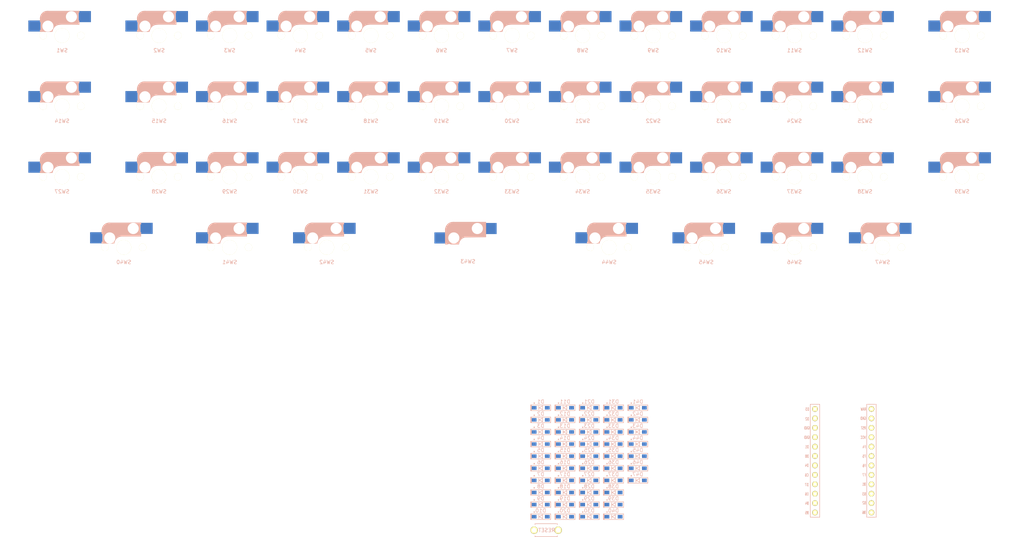
<source format=kicad_pcb>
(kicad_pcb (version 20240108) (generator "pcbnew") (generator_version "8.0")
  (layers (0 "F.Cu" signal) (31 "B.Cu" signal) (34 "B.Paste" user) (35 "F.Paste" user) (36 "B.SilkS" user "B.Silkscreen") (37 "F.SilkS" user "F.Silkscreen") (38 "B.Mask" user) (39 "F.Mask" user) (44 "Edge.Cuts" user))
  (net 0 "")
  (net 1 "row0")
  (net 2 "Net-(D1-A)")
  (net 3 "Net-(D2-A)")
  (net 4 "Net-(D3-A)")
  (net 5 "Net-(D4-A)")
  (net 6 "Net-(D5-A)")
  (net 7 "Net-(D6-A)")
  (net 8 "Net-(D7-A)")
  (net 9 "Net-(D8-A)")
  (net 10 "Net-(D9-A)")
  (net 11 "Net-(D10-A)")
  (net 12 "Net-(D11-A)")
  (net 13 "Net-(D12-A)")
  (net 14 "Net-(D13-A)")
  (net 15 "row1")
  (net 16 "Net-(D14-A)")
  (net 17 "Net-(D15-A)")
  (net 18 "Net-(D16-A)")
  (net 19 "Net-(D17-A)")
  (net 20 "Net-(D18-A)")
  (net 21 "Net-(D19-A)")
  (net 22 "Net-(D20-A)")
  (net 23 "Net-(D21-A)")
  (net 24 "Net-(D22-A)")
  (net 25 "Net-(D23-A)")
  (net 26 "Net-(D24-A)")
  (net 27 "Net-(D25-A)")
  (net 28 "Net-(D26-A)")
  (net 29 "row2")
  (net 30 "Net-(D27-A)")
  (net 31 "Net-(D28-A)")
  (net 32 "Net-(D29-A)")
  (net 33 "Net-(D30-A)")
  (net 34 "Net-(D31-A)")
  (net 35 "Net-(D32-A)")
  (net 36 "Net-(D33-A)")
  (net 37 "Net-(D34-A)")
  (net 38 "Net-(D35-A)")
  (net 39 "Net-(D36-A)")
  (net 40 "Net-(D37-A)")
  (net 41 "Net-(D38-A)")
  (net 42 "Net-(D39-A)")
  (net 43 "Net-(D40-A)")
  (net 44 "row3")
  (net 45 "Net-(D41-A)")
  (net 46 "Net-(D42-A)")
  (net 47 "Net-(D43-A)")
  (net 48 "Net-(D44-A)")
  (net 49 "Net-(D45-A)")
  (net 50 "Net-(D46-A)")
  (net 51 "Net-(D47-A)")
  (net 52 "GND")
  (net 53 "Net-(U1-RST)")
  (net 54 "col0")
  (net 55 "col1")
  (net 56 "col2")
  (net 57 "col3")
  (net 58 "col4")
  (net 59 "col5")
  (net 60 "col6")
  (net 61 "col7")
  (net 62 "col8")
  (net 63 "col9")
  (net 64 "col10")
  (net 65 "col11")
  (net 66 "col12")
  (net 67 "VCC")
  (footprint "kbd_Parts:Diode_TH_SMD_without_holes" (layer "F.Cu") (at 188.55625 136.753201)
    (property "Reference" "D44" (at 0 -1.63 0) (layer "B.SilkS") (effects (font (thickness 0.125)) (justify mirror)))
    (property "Value" "D" (hide yes))
    (pad "1" smd rect (at -1.775 0) (size 1.3 0.95) (layers "B.Cu" "B.Paste" "B.Mask") (net 44 "row3"))
    (pad "2" smd rect (at 1.775 0) (size 1.3 0.95) (layers "B.Cu" "B.Paste" "B.Mask") (net 48 "Net-(D44-A)"))
  )
  (footprint "kbd_SW:CherryMX_Hotswap_1.25u" (layer "F.Cu") (at 104.61625 83.66125)
    (property "Reference" "SW42" (at 0 4 0) (layer "B.SilkS") (effects (justify mirror)))
    (property "Value" "SW_PUSH" (hide yes))
    (pad "" np_thru_hole circle (at -5.08 0) (size 2 2) (drill 2) (layers "*.Cu" "*.Mask" "F.SilkS"))
    (pad "" np_thru_hole circle (at -3.81 -2.54 180) (size 3 3) (drill 3) (layers "*.Cu" "*.Mask"))
    (pad "" np_thru_hole circle (at 0 0 90) (size 4 4) (drill 4) (layers "*.Cu" "*.Mask" "F.SilkS"))
    (pad "" np_thru_hole circle (at 2.54 -5.08 180) (size 3 3) (drill 3) (layers "*.Cu" "*.Mask"))
    (pad "" np_thru_hole circle (at 5.08 0) (size 2 2) (drill 2) (layers "*.Cu" "*.Mask" "F.SilkS"))
    (pad "1" smd rect (at -7 -2.58 180) (size 3.3 3) (drill (offset 0.45 0)) (layers "B.Cu" "B.Paste" "B.Mask") (net 58 "col4"))
    (pad "2" smd rect (at 5.7 -5.12 180) (size 3.3 3) (drill (offset -0.45 0)) (layers "B.Cu" "B.Paste" "B.Mask") (net 46 "Net-(D42-A)"))
  )
  (footprint "kbd_Parts:Diode_TH_SMD_without_holes" (layer "F.Cu") (at 168.90625 136.753201)
    (property "Reference" "D14" (at 0 -1.63 0) (layer "B.SilkS") (effects (font (thickness 0.125)) (justify mirror)))
    (property "Value" "D" (hide yes))
    (pad "1" smd rect (at -1.775 0) (size 1.3 0.95) (layers "B.Cu" "B.Paste" "B.Mask") (net 15 "row1"))
    (pad "2" smd rect (at 1.775 0) (size 1.3 0.95) (layers "B.Cu" "B.Paste" "B.Mask") (net 16 "Net-(D14-A)"))
  )
  (footprint "kbd_SW:CherryMX_Hotswap_1u" (layer "F.Cu") (at 192.7225 26.51125)
    (property "Reference" "SW9" (at 0 4 0) (layer "B.SilkS") (effects (justify mirror)))
    (property "Value" "SW_PUSH" (hide yes))
    (pad "" np_thru_hole circle (at -5.08 0) (size 2 2) (drill 2) (layers "*.Cu" "*.Mask" "F.SilkS"))
    (pad "" np_thru_hole circle (at -3.81 -2.54 180) (size 3 3) (drill 3) (layers "*.Cu" "*.Mask"))
    (pad "" np_thru_hole circle (at 0 0 90) (size 4 4) (drill 4) (layers "*.Cu" "*.Mask" "F.SilkS"))
    (pad "" np_thru_hole circle (at 2.54 -5.08 180) (size 3 3) (drill 3) (layers "*.Cu" "*.Mask"))
    (pad "" np_thru_hole circle (at 5.08 0) (size 2 2) (drill 2) (layers "*.Cu" "*.Mask" "F.SilkS"))
    (pad "1" smd rect (at -7 -2.58 180) (size 3.3 3) (drill (offset 0.45 0)) (layers "B.Cu" "B.Paste" "B.Mask") (net 62 "col8"))
    (pad "2" smd rect (at 5.7 -5.12 180) (size 3.3 3) (drill (offset -0.45 0)) (layers "B.Cu" "B.Paste" "B.Mask") (net 10 "Net-(D9-A)"))
  )
  (footprint "kbd_SW:CherryMX_Hotswap_1u" (layer "F.Cu") (at 135.5725 26.51125)
    (property "Reference" "SW6" (at 0 4 0) (layer "B.SilkS") (effects (justify mirror)))
    (property "Value" "SW_PUSH" (hide yes))
    (pad "" np_thru_hole circle (at -5.08 0) (size 2 2) (drill 2) (layers "*.Cu" "*.Mask" "F.SilkS"))
    (pad "" np_thru_hole circle (at -3.81 -2.54 180) (size 3 3) (drill 3) (layers "*.Cu" "*.Mask"))
    (pad "" np_thru_hole circle (at 0 0 90) (size 4 4) (drill 4) (layers "*.Cu" "*.Mask" "F.SilkS"))
    (pad "" np_thru_hole circle (at 2.54 -5.08 180) (size 3 3) (drill 3) (layers "*.Cu" "*.Mask"))
    (pad "" np_thru_hole circle (at 5.08 0) (size 2 2) (drill 2) (layers "*.Cu" "*.Mask" "F.SilkS"))
    (pad "1" smd rect (at -7 -2.58 180) (size 3.3 3) (drill (offset 0.45 0)) (layers "B.Cu" "B.Paste" "B.Mask") (net 59 "col5"))
    (pad "2" smd rect (at 5.7 -5.12 180) (size 3.3 3) (drill (offset -0.45 0)) (layers "B.Cu" "B.Paste" "B.Mask") (net 7 "Net-(D6-A)"))
  )
  (footprint "kbd_SW:CherryMX_Hotswap_1u" (layer "F.Cu") (at 78.4225 64.61125)
    (property "Reference" "SW29" (at 0 4 0) (layer "B.SilkS") (effects (justify mirror)))
    (property "Value" "SW_PUSH" (hide yes))
    (pad "" np_thru_hole circle (at -5.08 0) (size 2 2) (drill 2) (layers "*.Cu" "*.Mask" "F.SilkS"))
    (pad "" np_thru_hole circle (at -3.81 -2.54 180) (size 3 3) (drill 3) (layers "*.Cu" "*.Mask"))
    (pad "" np_thru_hole circle (at 0 0 90) (size 4 4) (drill 4) (layers "*.Cu" "*.Mask" "F.SilkS"))
    (pad "" np_thru_hole circle (at 2.54 -5.08 180) (size 3 3) (drill 3) (layers "*.Cu" "*.Mask"))
    (pad "" np_thru_hole circle (at 5.08 0) (size 2 2) (drill 2) (layers "*.Cu" "*.Mask" "F.SilkS"))
    (pad "1" smd rect (at -7 -2.58 180) (size 3.3 3) (drill (offset 0.45 0)) (layers "B.Cu" "B.Paste" "B.Mask") (net 56 "col2"))
    (pad "2" smd rect (at 5.7 -5.12 180) (size 3.3 3) (drill (offset -0.45 0)) (layers "B.Cu" "B.Paste" "B.Mask") (net 32 "Net-(D29-A)"))
  )
  (footprint "kbd_SW:CherryMX_Hotswap_2.75u" (layer "F.Cu") (at 142.71625 83.66125)
    (property "Reference" "SW43" (at 0 3.81 0) (layer "B.SilkS") (effects (justify mirror)))
    (property "Value" "SW_PUSH" (hide yes))
    (pad "" np_thru_hole circle (at -11.9 -7 180) (size 3.05 3.05) (drill 3.05) (layers "*.Cu" "*.Mask"))
    (pad "" np_thru_hole circle (at -11.9 8.24 180) (size 4 4) (drill 4) (layers "*.Cu" "*.Mask"))
    (pad "" np_thru_hole circle (at -5.08 0) (size 1.8 1.8) (drill 1.8) (layers "*.Cu" "*.Mask"))
    (pad "" np_thru_hole circle (at -3.81 -2.54 180) (size 3 3) (drill 3) (layers "*.Cu" "*.Mask"))
    (pad "" np_thru_hole circle (at 0 0 90) (size 4 4) (drill 4) (layers "*.Cu" "*.Mask"))
    (pad "" np_thru_hole circle (at 2.54 -5.08 180) (size 3 3) (drill 3) (layers "*.Cu" "*.Mask"))
    (pad "" np_thru_hole circle (at 5.08 0) (size 1.8 1.8) (drill 1.8) (layers "*.Cu" "*.Mask"))
    (pad "" np_thru_hole circle (at 11.9 -7 180) (size 3.05 3.05) (drill 3.05) (layers "*.Cu" "*.Mask"))
    (pad "" np_thru_hole circle (at 11.9 8.24 180) (size 4 4) (drill 4) (layers "*.Cu" "*.Mask"))
    (pad "1" smd rect (at -6.9 -2.54 180) (size 3.3 3) (drill (offset 0.5 0)) (layers "B.Cu" "B.Paste" "B.Mask") (net 59 "col5"))
    (pad "2" smd rect (at 5.6 -5.08 180) (size 3.3 3) (drill (offset -0.5 0)) (layers "B.Cu" "B.Paste" "B.Mask") (net 47 "Net-(D43-A)"))
  )
  (footprint "kbd_Parts:Diode_TH_SMD_without_holes" (layer "F.Cu") (at 175.45625 153.085306)
    (property "Reference" "D29" (at 0 -1.63 0) (layer "B.SilkS") (effects (font (thickness 0.125)) (justify mirror)))
    (property "Value" "D" (hide yes))
    (pad "1" smd rect (at -1.775 0) (size 1.3 0.95) (layers "B.Cu" "B.Paste" "B.Mask") (net 29 "row2"))
    (pad "2" smd rect (at 1.775 0) (size 1.3 0.95) (layers "B.Cu" "B.Paste" "B.Mask") (net 32 "Net-(D29-A)"))
  )
  (footprint "kbd_Parts:Diode_TH_SMD_without_holes" (layer "F.Cu") (at 162.35625 133.48678)
    (property "Reference" "D3" (at 0 -1.63 0) (layer "B.SilkS") (effects (font (thickness 0.125)) (justify mirror)))
    (property "Value" "D" (hide yes))
    (pad "1" smd rect (at -1.775 0) (size 1.3 0.95) (layers "B.Cu" "B.Paste" "B.Mask") (net 1 "row0"))
    (pad "2" smd rect (at 1.775 0) (size 1.3 0.95) (layers "B.Cu" "B.Paste" "B.Mask") (net 4 "Net-(D3-A)"))
  )
  (footprint "kbd_SW:CherryMX_Hotswap_1u" (layer "F.Cu") (at 192.7225 45.56125)
    (property "Reference" "SW22" (at 0 4 0) (layer "B.SilkS") (effects (justify mirror)))
    (property "Value" "SW_PUSH" (hide yes))
    (pad "" np_thru_hole circle (at -5.08 0) (size 2 2) (drill 2) (layers "*.Cu" "*.Mask" "F.SilkS"))
    (pad "" np_thru_hole circle (at -3.81 -2.54 180) (size 3 3) (drill 3) (layers "*.Cu" "*.Mask"))
    (pad "" np_thru_hole circle (at 0 0 90) (size 4 4) (drill 4) (layers "*.Cu" "*.Mask" "F.SilkS"))
    (pad "" np_thru_hole circle (at 2.54 -5.08 180) (size 3 3) (drill 3) (layers "*.Cu" "*.Mask"))
    (pad "" np_thru_hole circle (at 5.08 0) (size 2 2) (drill 2) (layers "*.Cu" "*.Mask" "F.SilkS"))
    (pad "1" smd rect (at -7 -2.58 180) (size 3.3 3) (drill (offset 0.45 0)) (layers "B.Cu" "B.Paste" "B.Mask") (net 62 "col8"))
    (pad "2" smd rect (at 5.7 -5.12 180) (size 3.3 3) (drill (offset -0.45 0)) (layers "B.Cu" "B.Paste" "B.Mask") (net 24 "Net-(D22-A)"))
  )
  (footprint "kbd_SW:CherryMX_Hotswap_1u" (layer "F.Cu") (at 59.3725 45.56125)
    (property "Reference" "SW15" (at 0 4 0) (layer "B.SilkS") (effects (justify mirror)))
    (property "Value" "SW_PUSH" (hide yes))
    (pad "" np_thru_hole circle (at -5.08 0) (size 2 2) (drill 2) (layers "*.Cu" "*.Mask" "F.SilkS"))
    (pad "" np_thru_hole circle (at -3.81 -2.54 180) (size 3 3) (drill 3) (layers "*.Cu" "*.Mask"))
    (pad "" np_thru_hole circle (at 0 0 90) (size 4 4) (drill 4) (layers "*.Cu" "*.Mask" "F.SilkS"))
    (pad "" np_thru_hole circle (at 2.54 -5.08 180) (size 3 3) (drill 3) (layers "*.Cu" "*.Mask"))
    (pad "" np_thru_hole circle (at 5.08 0) (size 2 2) (drill 2) (layers "*.Cu" "*.Mask" "F.SilkS"))
    (pad "1" smd rect (at -7 -2.58 180) (size 3.3 3) (drill (offset 0.45 0)) (layers "B.Cu" "B.Paste" "B.Mask") (net 55 "col1"))
    (pad "2" smd rect (at 5.7 -5.12 180) (size 3.3 3) (drill (offset -0.45 0)) (layers "B.Cu" "B.Paste" "B.Mask") (net 17 "Net-(D15-A)"))
  )
  (footprint "kbd_Parts:Diode_TH_SMD_without_holes" (layer "F.Cu") (at 175.45625 130.220359)
    (property "Reference" "D22" (at 0 -1.63 0) (layer "B.SilkS") (effects (font (thickness 0.125)) (justify mirror)))
    (property "Value" "D" (hide yes))
    (pad "1" smd rect (at -1.775 0) (size 1.3 0.95) (layers "B.Cu" "B.Paste" "B.Mask") (net 15 "row1"))
    (pad "2" smd rect (at 1.775 0) (size 1.3 0.95) (layers "B.Cu" "B.Paste" "B.Mask") (net 24 "Net-(D22-A)"))
  )
  (footprint "kbd_Parts:Diode_TH_SMD_without_holes" (layer "F.Cu") (at 168.90625 156.351727)
    (property "Reference" "D20" (at 0 -1.63 0) (layer "B.SilkS") (effects (font (thickness 0.125)) (justify mirror)))
    (property "Value" "D" (hide yes))
    (pad "1" smd rect (at -1.775 0) (size 1.3 0.95) (layers "B.Cu" "B.Paste" "B.Mask") (net 15 "row1"))
    (pad "2" smd rect (at 1.775 0) (size 1.3 0.95) (layers "B.Cu" "B.Paste" "B.Mask") (net 22 "Net-(D20-A)"))
  )
  (footprint "kbd_SW:CherryMX_Hotswap_1u" (layer "F.Cu") (at 230.8225 45.56125)
    (property "Reference" "SW24" (at 0 4 0) (layer "B.SilkS") (effects (justify mirror)))
    (property "Value" "SW_PUSH" (hide yes))
    (pad "" np_thru_hole circle (at -5.08 0) (size 2 2) (drill 2) (layers "*.Cu" "*.Mask" "F.SilkS"))
    (pad "" np_thru_hole circle (at -3.81 -2.54 180) (size 3 3) (drill 3) (layers "*.Cu" "*.Mask"))
    (pad "" np_thru_hole circle (at 0 0 90) (size 4 4) (drill 4) (layers "*.Cu" "*.Mask" "F.SilkS"))
    (pad "" np_thru_hole circle (at 2.54 -5.08 180) (size 3 3) (drill 3) (layers "*.Cu" "*.Mask"))
    (pad "" np_thru_hole circle (at 5.08 0) (size 2 2) (drill 2) (layers "*.Cu" "*.Mask" "F.SilkS"))
    (pad "1" smd rect (at -7 -2.58 180) (size 3.3 3) (drill (offset 0.45 0)) (layers "B.Cu" "B.Paste" "B.Mask") (net 64 "col10"))
    (pad "2" smd rect (at 5.7 -5.12 180) (size 3.3 3) (drill (offset -0.45 0)) (layers "B.Cu" "B.Paste" "B.Mask") (net 26 "Net-(D24-A)"))
  )
  (footprint "kbd_SW:CherryMX_Hotswap_1u" (layer "F.Cu") (at 249.8725 45.56125)
    (property "Reference" "SW25" (at 0 4 0) (layer "B.SilkS") (effects (justify mirror)))
    (property "Value" "SW_PUSH" (hide yes))
    (pad "" np_thru_hole circle (at -5.08 0) (size 2 2) (drill 2) (layers "*.Cu" "*.Mask" "F.SilkS"))
    (pad "" np_thru_hole circle (at -3.81 -2.54 180) (size 3 3) (drill 3) (layers "*.Cu" "*.Mask"))
    (pad "" np_thru_hole circle (at 0 0 90) (size 4 4) (drill 4) (layers "*.Cu" "*.Mask" "F.SilkS"))
    (pad "" np_thru_hole circle (at 2.54 -5.08 180) (size 3 3) (drill 3) (layers "*.Cu" "*.Mask"))
    (pad "" np_thru_hole circle (at 5.08 0) (size 2 2) (drill 2) (layers "*.Cu" "*.Mask" "F.SilkS"))
    (pad "1" smd rect (at -7 -2.58 180) (size 3.3 3) (drill (offset 0.45 0)) (layers "B.Cu" "B.Paste" "B.Mask") (net 65 "col11"))
    (pad "2" smd rect (at 5.7 -5.12 180) (size 3.3 3) (drill (offset -0.45 0)) (layers "B.Cu" "B.Paste" "B.Mask") (net 27 "Net-(D25-A)"))
  )
  (footprint "kbd_Parts:Diode_TH_SMD_without_holes" (layer "F.Cu") (at 168.90625 153.085306)
    (property "Reference" "D19" (at 0 -1.63 0) (layer "B.SilkS") (effects (font (thickness 0.125)) (justify mirror)))
    (property "Value" "D" (hide yes))
    (pad "1" smd rect (at -1.775 0) (size 1.3 0.95) (layers "B.Cu" "B.Paste" "B.Mask") (net 15 "row1"))
    (pad "2" smd rect (at 1.775 0) (size 1.3 0.95) (layers "B.Cu" "B.Paste" "B.Mask") (net 21 "Net-(D19-A)"))
  )
  (footprint "kbd_SW:CherryMX_Hotswap_1.5u" (layer "F.Cu") (at 207.01 83.66125)
    (property "Reference" "SW45" (at 0 4 0) (layer "B.SilkS") (effects (justify mirror)))
    (property "Value" "SW_PUSH" (hide yes))
    (pad "" np_thru_hole circle (at -5.08 0) (size 2 2) (drill 2) (layers "*.Cu" "*.Mask" "F.SilkS"))
    (pad "" np_thru_hole circle (at -3.81 -2.54 180) (size 3 3) (drill 3) (layers "*.Cu" "*.Mask"))
    (pad "" np_thru_hole circle (at 0 0 90) (size 4 4) (drill 4) (layers "*.Cu" "*.Mask" "F.SilkS"))
    (pad "" np_thru_hole circle (at 2.54 -5.08 180) (size 3 3) (drill 3) (layers "*.Cu" "*.Mask"))
    (pad "" np_thru_hole circle (at 5.08 0) (size 2 2) (drill 2) (layers "*.Cu" "*.Mask" "F.SilkS"))
    (pad "1" smd rect (at -7 -2.58 180) (size 3.3 3) (drill (offset 0.45 0)) (layers "B.Cu" "B.Paste" "B.Mask") (net 61 "col7"))
    (pad "2" smd rect (at 5.7 -5.12 180) (size 3.3 3) (drill (offset -0.45 0)) (layers "B.Cu" "B.Paste" "B.Mask") (net 49 "Net-(D45-A)"))
  )
  (footprint "kbd_SW:CherryMX_Hotswap_1u" (layer "F.Cu") (at 154.6225 26.51125)
    (property "Reference" "SW7" (at 0 4 0) (layer "B.SilkS") (effects (justify mirror)))
    (property "Value" "SW_PUSH" (hide yes))
    (pad "" np_thru_hole circle (at -5.08 0) (size 2 2) (drill 2) (layers "*.Cu" "*.Mask" "F.SilkS"))
    (pad "" np_thru_hole circle (at -3.81 -2.54 180) (size 3 3) (drill 3) (layers "*.Cu" "*.Mask"))
    (pad "" np_thru_hole circle (at 0 0 90) (size 4 4) (drill 4) (layers "*.Cu" "*.Mask" "F.SilkS"))
    (pad "" np_thru_hole circle (at 2.54 -5.08 180) (size 3 3) (drill 3) (layers "*.Cu" "*.Mask"))
    (pad "" np_thru_hole circle (at 5.08 0) (size 2 2) (drill 2) (layers "*.Cu" "*.Mask" "F.SilkS"))
    (pad "1" smd rect (at -7 -2.58 180) (size 3.3 3) (drill (offset 0.45 0)) (layers "B.Cu" "B.Paste" "B.Mask") (net 60 "col6"))
    (pad "2" smd rect (at 5.7 -5.12 180) (size 3.3 3) (drill (offset -0.45 0)) (layers "B.Cu" "B.Paste" "B.Mask") (net 8 "Net-(D7-A)"))
  )
  (footprint "kbd_Parts:Diode_TH_SMD_without_holes" (layer "F.Cu") (at 162.35625 140.019622)
    (property "Reference" "D5" (at 0 -1.63 0) (layer "B.SilkS") (effects (font (thickness 0.125)) (justify mirror)))
    (property "Value" "D" (hide yes))
    (pad "1" smd rect (at -1.775 0) (size 1.3 0.95) (layers "B.Cu" "B.Paste" "B.Mask") (net 1 "row0"))
    (pad "2" smd rect (at 1.775 0) (size 1.3 0.95) (layers "B.Cu" "B.Paste" "B.Mask") (net 6 "Net-(D5-A)"))
  )
  (footprint "kbd_SW:CherryMX_Hotswap_1u" (layer "F.Cu") (at 211.7725 26.51125)
    (property "Reference" "SW10" (at 0 4 0) (layer "B.SilkS") (effects (justify mirror)))
    (property "Value" "SW_PUSH" (hide yes))
    (pad "" np_thru_hole circle (at -5.08 0) (size 2 2) (drill 2) (layers "*.Cu" "*.Mask" "F.SilkS"))
    (pad "" np_thru_hole circle (at -3.81 -2.54 180) (size 3 3) (drill 3) (layers "*.Cu" "*.Mask"))
    (pad "" np_thru_hole circle (at 0 0 90) (size 4 4) (drill 4) (layers "*.Cu" "*.Mask" "F.SilkS"))
    (pad "" np_thru_hole circle (at 2.54 -5.08 180) (size 3 3) (drill 3) (layers "*.Cu" "*.Mask"))
    (pad "" np_thru_hole circle (at 5.08 0) (size 2 2) (drill 2) (layers "*.Cu" "*.Mask" "F.SilkS"))
    (pad "1" smd rect (at -7 -2.58 180) (size 3.3 3) (drill (offset 0.45 0)) (layers "B.Cu" "B.Paste" "B.Mask") (net 63 "col9"))
    (pad "2" smd rect (at 5.7 -5.12 180) (size 3.3 3) (drill (offset -0.45 0)) (layers "B.Cu" "B.Paste" "B.Mask") (net 11 "Net-(D10-A)"))
  )
  (footprint "kbd_Parts:Diode_TH_SMD_without_holes" (layer "F.Cu") (at 162.35625 143.286043)
    (property "Reference" "D6" (at 0 -1.63 0) (layer "B.SilkS") (effects (font (thickness 0.125)) (justify mirror)))
    (property "Value" "D" (hide yes))
    (pad "1" smd rect (at -1.775 0) (size 1.3 0.95) (layers "B.Cu" "B.Paste" "B.Mask") (net 1 "row0"))
    (pad "2" smd rect (at 1.775 0) (size 1.3 0.95) (layers "B.Cu" "B.Paste" "B.Mask") (net 7 "Net-(D6-A)"))
  )
  (footprint "kbd_Parts:Diode_TH_SMD_without_holes" (layer "F.Cu") (at 175.45625 133.48678)
    (property "Reference" "D23" (at 0 -1.63 0) (layer "B.SilkS") (effects (font (thickness 0.125)) (justify mirror)))
    (property "Value" "D" (hide yes))
    (pad "1" smd rect (at -1.775 0) (size 1.3 0.95) (layers "B.Cu" "B.Paste" "B.Mask") (net 15 "row1"))
    (pad "2" smd rect (at 1.775 0) (size 1.3 0.95) (layers "B.Cu" "B.Paste" "B.Mask") (net 25 "Net-(D23-A)"))
  )
  (footprint "kbd_SW:CherryMX_Hotswap_1u" (layer "F.Cu") (at 135.5725 45.56125)
    (property "Reference" "SW19" (at 0 4 0) (layer "B.SilkS") (effects (justify mirror)))
    (property "Value" "SW_PUSH" (hide yes))
    (pad "" np_thru_hole circle (at -5.08 0) (size 2 2) (drill 2) (layers "*.Cu" "*.Mask" "F.SilkS"))
    (pad "" np_thru_hole circle (at -3.81 -2.54 180) (size 3 3) (drill 3) (layers "*.Cu" "*.Mask"))
    (pad "" np_thru_hole circle (at 0 0 90) (size 4 4) (drill 4) (layers "*.Cu" "*.Mask" "F.SilkS"))
    (pad "" np_thru_hole circle (at 2.54 -5.08 180) (size 3 3) (drill 3) (layers "*.Cu" "*.Mask"))
    (pad "" np_thru_hole circle (at 5.08 0) (size 2 2) (drill 2) (layers "*.Cu" "*.Mask" "F.SilkS"))
    (pad "1" smd rect (at -7 -2.58 180) (size 3.3 3) (drill (offset 0.45 0)) (layers "B.Cu" "B.Paste" "B.Mask") (net 59 "col5"))
    (pad "2" smd rect (at 5.7 -5.12 180) (size 3.3 3) (drill (offset -0.45 0)) (layers "B.Cu" "B.Paste" "B.Mask") (net 21 "Net-(D19-A)"))
  )
  (footprint "kbd_SW:CherryMX_Hotswap_1.75u" (layer "F.Cu") (at 33.17875 45.56125)
    (property "Reference" "SW14" (at 0 4 0) (layer "B.SilkS") (effects (justify mirror)))
    (property "Value" "SW_PUSH" (hide yes))
    (pad "" np_thru_hole circle (at -5.08 0) (size 2 2) (drill 2) (layers "*.Cu" "*.Mask" "F.SilkS"))
    (pad "" np_thru_hole circle (at -3.81 -2.54 180) (size 3 3) (drill 3) (layers "*.Cu" "*.Mask"))
    (pad "" np_thru_hole circle (at 0 0 90) (size 4 4) (drill 4) (layers "*.Cu" "*.Mask" "F.SilkS"))
    (pad "" np_thru_hole circle (at 2.54 -5.08 180) (size 3 3) (drill 3) (layers "*.Cu" "*.Mask"))
    (pad "" np_thru_hole circle (at 5.08 0) (size 2 2) (drill 2) (layers "*.Cu" "*.Mask" "F.SilkS"))
    (pad "1" smd rect (at -7 -2.58 180) (size 3.3 3) (drill (offset 0.45 0)) (layers "B.Cu" "B.Paste" "B.Mask") (net 54 "col0"))
    (pad "2" smd rect (at 5.7 -5.12 180) (size 3.3 3) (drill (offset -0.45 0)) (layers "B.Cu" "B.Paste" "B.Mask") (net 16 "Net-(D14-A)"))
  )
  (footprint "kbd_Parts:Diode_TH_SMD_without_holes" (layer "F.Cu") (at 162.35625 146.552464)
    (property "Reference" "D7" (at 0 -1.63 0) (layer "B.SilkS") (effects (font (thickness 0.125)) (justify mirror)))
    (property "Value" "D" (hide yes))
    (pad "1" smd rect (at -1.775 0) (size 1.3 0.95) (layers "B.Cu" "B.Paste" "B.Mask") (net 1 "row0"))
    (pad "2" smd rect (at 1.775 0) (size 1.3 0.95) (layers "B.Cu" "B.Paste" "B.Mask") (net 8 "Net-(D7-A)"))
  )
  (footprint "kbd_SW:CherryMX_Hotswap_1u" (layer "F.Cu") (at 97.4725 64.61125)
    (property "Reference" "SW30" (at 0 4 0) (layer "B.SilkS") (effects (justify mirror)))
    (property "Value" "SW_PUSH" (hide yes))
    (pad "" np_thru_hole circle (at -5.08 0) (size 2 2) (drill 2) (layers "*.Cu" "*.Mask" "F.SilkS"))
    (pad "" np_thru_hole circle (at -3.81 -2.54 180) (size 3 3) (drill 3) (layers "*.Cu" "*.Mask"))
    (pad "" np_thru_hole circle (at 0 0 90) (size 4 4) (drill 4) (layers "*.Cu" "*.Mask" "F.SilkS"))
    (pad "" np_thru_hole circle (at 2.54 -5.08 180) (size 3 3) (drill 3) (layers "*.Cu" "*.Mask"))
    (pad "" np_thru_hole circle (at 5.08 0) (size 2 2) (drill 2) (layers "*.Cu" "*.Mask" "F.SilkS"))
    (pad "1" smd rect (at -7 -2.58 180) (size 3.3 3) (drill (offset 0.45 0)) (layers "B.Cu" "B.Paste" "B.Mask") (net 57 "col3"))
    (pad "2" smd rect (at 5.7 -5.12 180) (size 3.3 3) (drill (offset -0.45 0)) (layers "B.Cu" "B.Paste" "B.Mask") (net 33 "Net-(D30-A)"))
  )
  (footprint "kbd_SW:CherryMX_Hotswap_1.75u" (layer "F.Cu") (at 276.06625 64.61125)
    (property "Reference" "SW39" (at 0 4 0) (layer "B.SilkS") (effects (justify mirror)))
    (property "Value" "SW_PUSH" (hide yes))
    (pad "" np_thru_hole circle (at -5.08 0) (size 2 2) (drill 2) (layers "*.Cu" "*.Mask" "F.SilkS"))
    (pad "" np_thru_hole circle (at -3.81 -2.54 180) (size 3 3) (drill 3) (layers "*.Cu" "*.Mask"))
    (pad "" np_thru_hole circle (at 0 0 90) (size 4 4) (drill 4) (layers "*.Cu" "*.Mask" "F.SilkS"))
    (pad "" np_thru_hole circle (at 2.54 -5.08 180) (size 3 3) (drill 3) (layers "*.Cu" "*.Mask"))
    (pad "" np_thru_hole circle (at 5.08 0) (size 2 2) (drill 2) (layers "*.Cu" "*.Mask" "F.SilkS"))
    (pad "1" smd rect (at -7 -2.58 180) (size 3.3 3) (drill (offset 0.45 0)) (layers "B.Cu" "B.Paste" "B.Mask") (net 66 "col12"))
    (pad "2" smd rect (at 5.7 -5.12 180) (size 3.3 3) (drill (offset -0.45 0)) (layers "B.Cu" "B.Paste" "B.Mask") (net 42 "Net-(D39-A)"))
  )
  (footprint "kbd_Parts:Diode_TH_SMD_without_holes" (layer "F.Cu") (at 182.00625 146.552464)
    (property "Reference" "D37" (at 0 -1.63 0) (layer "B.SilkS") (effects (font (thickness 0.125)) (justify mirror)))
    (property "Value" "D" (hide yes))
    (pad "1" smd rect (at -1.775 0) (size 1.3 0.95) (layers "B.Cu" "B.Paste" "B.Mask") (net 29 "row2"))
    (pad "2" smd rect (at 1.775 0) (size 1.3 0.95) (layers "B.Cu" "B.Paste" "B.Mask") (net 40 "Net-(D37-A)"))
  )
  (footprint "kbd_Parts:Diode_TH_SMD_without_holes" (layer "F.Cu") (at 162.35625 153.085306)
    (property "Reference" "D9" (at 0 -1.63 0) (layer "B.SilkS") (effects (font (thickness 0.125)) (justify mirror)))
    (property "Value" "D" (hide yes))
    (pad "1" smd rect (at -1.775 0) (size 1.3 0.95) (layers "B.Cu" "B.Paste" "B.Mask") (net 1 "row0"))
    (pad "2" smd rect (at 1.775 0) (size 1.3 0.95) (layers "B.Cu" "B.Paste" "B.Mask") (net 10 "Net-(D9-A)"))
  )
  (footprint "kbd_Parts:Diode_TH_SMD_without_holes" (layer "F.Cu") (at 182.00625 136.753201)
    (property "Reference" "D34" (at 0 -1.63 0) (layer "B.SilkS") (effects (font (thickness 0.125)) (justify mirror)))
    (property "Value" "D" (hide yes))
    (pad "1" smd rect (at -1.775 0) (size 1.3 0.95) (layers "B.Cu" "B.Paste" "B.Mask") (net 29 "row2"))
    (pad "2" smd rect (at 1.775 0) (size 1.3 0.95) (layers "B.Cu" "B.Paste" "B.Mask") (net 37 "Net-(D34-A)"))
  )
  (footprint "kbd_SW:CherryMX_Hotswap_1u" (layer "F.Cu") (at 230.8225 83.66125)
    (property "Reference" "SW46" (at 0 4 0) (layer "B.SilkS") (effects (justify mirror)))
    (property "Value" "SW_PUSH" (hide yes))
    (pad "" np_thru_hole circle (at -5.08 0) (size 2 2) (drill 2) (layers "*.Cu" "*.Mask" "F.SilkS"))
    (pad "" np_thru_hole circle (at -3.81 -2.54 180) (size 3 3) (drill 3) (layers "*.Cu" "*.Mask"))
    (pad "" np_thru_hole circle (at 0 0 90) (size 4 4) (drill 4) (layers "*.Cu" "*.Mask" "F.SilkS"))
    (pad "" np_thru_hole circle (at 2.54 -5.08 180) (size 3 3) (drill 3) (layers "*.Cu" "*.Mask"))
    (pad "" np_thru_hole circle (at 5.08 0) (size 2 2) (drill 2) (layers "*.Cu" "*.Mask" "F.SilkS"))
    (pad "1" smd rect (at -7 -2.58 180) (size 3.3 3) (drill (offset 0.45 0)) (layers "B.Cu" "B.Paste" "B.Mask") (net 62 "col8"))
    (pad "2" smd rect (at 5.7 -5.12 180) (size 3.3 3) (drill (offset -0.45 0)) (layers "B.Cu" "B.Paste" "B.Mask") (net 50 "Net-(D46-A)"))
  )
  (footprint "kbd_Parts:Diode_TH_SMD_without_holes" (layer "F.Cu") (at 182.00625 133.48678)
    (property "Reference" "D33" (at 0 -1.63 0) (layer "B.SilkS") (effects (font (thickness 0.125)) (justify mirror)))
    (property "Value" "D" (hide yes))
    (pad "1" smd rect (at -1.775 0) (size 1.3 0.95) (layers "B.Cu" "B.Paste" "B.Mask") (net 29 "row2"))
    (pad "2" smd rect (at 1.775 0) (size 1.3 0.95) (layers "B.Cu" "B.Paste" "B.Mask") (net 36 "Net-(D33-A)"))
  )
  (footprint "kbd_Parts:Diode_TH_SMD_without_holes" (layer "F.Cu") (at 188.55625 130.220359)
    (property "Reference" "D42" (at 0 -1.63 0) (layer "B.SilkS") (effects (font (thickness 0.125)) (justify mirror)))
    (property "Value" "D" (hide yes))
    (pad "1" smd rect (at -1.775 0) (size 1.3 0.95) (layers "B.Cu" "B.Paste" "B.Mask") (net 44 "row3"))
    (pad "2" smd rect (at 1.775 0) (size 1.3 0.95) (layers "B.Cu" "B.Paste" "B.Mask") (net 46 "Net-(D42-A)"))
  )
  (footprint "kbd_Parts:Diode_TH_SMD_without_holes" (layer "F.Cu") (at 175.45625 156.351727)
    (property "Reference" "D30" (at 0 -1.63 0) (layer "B.SilkS") (effects (font (thickness 0.125)) (justify mirror)))
    (property "Value" "D" (hide yes))
    (pad "1" smd rect (at -1.775 0) (size 1.3 0.95) (layers "B.Cu" "B.Paste" "B.Mask") (net 29 "row2"))
    (pad "2" smd rect (at 1.775 0) (size 1.3 0.95) (layers "B.Cu" "B.Paste" "B.Mask") (net 33 "Net-(D30-A)"))
  )
  (footprint "kbd_Parts:Diode_TH_SMD_without_holes" (layer "F.Cu") (at 175.45625 143.286043)
    (property "Reference" "D26" (at 0 -1.63 0) (layer "B.SilkS") (effects (font (thickness 0.125)) (justify mirror)))
    (property "Value" "D" (hide yes))
    (pad "1" smd rect (at -1.775 0) (size 1.3 0.95) (layers "B.Cu" "B.Paste" "B.Mask") (net 15 "row1"))
    (pad "2" smd rect (at 1.775 0) (size 1.3 0.95) (layers "B.Cu" "B.Paste" "B.Mask") (net 28 "Net-(D26-A)"))
  )
  (footprint "kbd_Parts:Diode_TH_SMD_without_holes" (layer "F.Cu") (at 175.45625 126.953938)
    (property "Reference" "D21" (at 0 -1.63 0) (layer "B.SilkS") (effects (font (thickness 0.125)) (justify mirror)))
    (property "Value" "D" (hide yes))
    (pad "1" smd rect (at -1.775 0) (size 1.3 0.95) (layers "B.Cu" "B.Paste" "B.Mask") (net 15 "row1"))
    (pad "2" smd rect (at 1.775 0) (size 1.3 0.95) (layers "B.Cu" "B.Paste" "B.Mask") (net 23 "Net-(D21-A)"))
  )
  (footprint "kbd_SW:CherryMX_Hotswap_1u" (layer "F.Cu") (at 59.3725 64.61125)
    (property "Reference" "SW28" (at 0 4 0) (layer "B.SilkS") (effects (justify mirror)))
    (property "Value" "SW_PUSH" (hide yes))
    (pad "" np_thru_hole circle (at -5.08 0) (size 2 2) (drill 2) (layers "*.Cu" "*.Mask" "F.SilkS"))
    (pad "" np_thru_hole circle (at -3.81 -2.54 180) (size 3 3) (drill 3) (layers "*.Cu" "*.Mask"))
    (pad "" np_thru_hole circle (at 0 0 90) (size 4 4) (drill 4) (layers "*.Cu" "*.Mask" "F.SilkS"))
    (pad "" np_thru_hole circle (at 2.54 -5.08 180) (size 3 3) (drill 3) (layers "*.Cu" "*.Mask"))
    (pad "" np_thru_hole circle (at 5.08 0) (size 2 2) (drill 2) (layers "*.Cu" "*.Mask" "F.SilkS"))
    (pad "1" smd rect (at -7 -2.58 180) (size 3.3 3) (drill (offset 0.45 0)) (layers "B.Cu" "B.Paste" "B.Mask") (net 55 "col1"))
    (pad "2" smd rect (at 5.7 -5.12 180) (size 3.3 3) (drill (offset -0.45 0)) (layers "B.Cu" "B.Paste" "B.Mask") (net 31 "Net-(D28-A)"))
  )
  (footprint "kbd_Parts:Diode_TH_SMD_without_holes" (layer "F.Cu") (at 182.00625 143.286043)
    (property "Reference" "D36" (at 0 -1.63 0) (layer "B.SilkS") (effects (font (thickness 0.125)) (justify mirror)))
    (property "Value" "D" (hide yes))
    (pad "1" smd rect (at -1.775 0) (size 1.3 0.95) (layers "B.Cu" "B.Paste" "B.Mask") (net 29 "row2"))
    (pad "2" smd rect (at 1.775 0) (size 1.3 0.95) (layers "B.Cu" "B.Paste" "B.Mask") (net 39 "Net-(D36-A)"))
  )
  (footprint "kbd_SW:CherryMX_Hotswap_1.5u" (layer "F.Cu") (at 49.8475 83.66125)
    (property "Reference" "SW40" (at 0 4 0) (layer "B.SilkS") (effects (justify mirror)))
    (property "Value" "SW_PUSH" (hide yes))
    (pad "" np_thru_hole circle (at -5.08 0) (size 2 2) (drill 2) (layers "*.Cu" "*.Mask" "F.SilkS"))
    (pad "" np_thru_hole circle (at -3.81 -2.54 180) (size 3 3) (drill 3) (layers "*.Cu" "*.Mask"))
    (pad "" np_thru_hole circle (at 0 0 90) (size 4 4) (drill 4) (layers "*.Cu" "*.Mask" "F.SilkS"))
    (pad "" np_thru_hole circle (at 2.54 -5.08 180) (size 3 3) (drill 3) (layers "*.Cu" "*.Mask"))
    (pad "" np_thru_hole circle (at 5.08 0) (size 2 2) (drill 2) (layers "*.Cu" "*.Mask" "F.SilkS"))
    (pad "1" smd rect (at -7 -2.58 180) (size 3.3 3) (drill (offset 0.45 0)) (layers "B.Cu" "B.Paste" "B.Mask") (net 56 "col2"))
    (pad "2" smd rect (at 5.7 -5.12 180) (size 3.3 3) (drill (offset -0.45 0)) (layers "B.Cu" "B.Paste" "B.Mask") (net 43 "Net-(D40-A)"))
  )
  (footprint "kbd_SW:CherryMX_Hotswap_1u" (layer "F.Cu") (at 116.5225 64.61125)
    (property "Reference" "SW31" (at 0 4 0) (layer "B.SilkS") (effects (justify mirror)))
    (property "Value" "SW_PUSH" (hide yes))
    (pad "" np_thru_hole circle (at -5.08 0) (size 2 2) (drill 2) (layers "*.Cu" "*.Mask" "F.SilkS"))
    (pad "" np_thru_hole circle (at -3.81 -2.54 180) (size 3 3) (drill 3) (layers "*.Cu" "*.Mask"))
    (pad "" np_thru_hole circle (at 0 0 90) (size 4 4) (drill 4) (layers "*.Cu" "*.Mask" "F.SilkS"))
    (pad "" np_thru_hole circle (at 2.54 -5.08 180) (size 3 3) (drill 3) (layers "*.Cu" "*.Mask"))
    (pad "" np_thru_hole circle (at 5.08 0) (size 2 2) (drill 2) (layers "*.Cu" "*.Mask" "F.SilkS"))
    (pad "1" smd rect (at -7 -2.58 180) (size 3.3 3) (drill (offset 0.45 0)) (layers "B.Cu" "B.Paste" "B.Mask") (net 58 "col4"))
    (pad "2" smd rect (at 5.7 -5.12 180) (size 3.3 3) (drill (offset -0.45 0)) (layers "B.Cu" "B.Paste" "B.Mask") (net 34 "Net-(D31-A)"))
  )
  (footprint "kbd_Parts:Diode_TH_SMD_without_holes" (layer "F.Cu") (at 188.55625 140.019622)
    (property "Reference" "D45" (at 0 -1.63 0) (layer "B.SilkS") (effects (font (thickness 0.125)) (justify mirror)))
    (property "Value" "D" (hide yes))
    (pad "1" smd rect (at -1.775 0) (size 1.3 0.95) (layers "B.Cu" "B.Paste" "B.Mask") (net 44 "row3"))
    (pad "2" smd rect (at 1.775 0) (size 1.3 0.95) (layers "B.Cu" "B.Paste" "B.Mask") (net 49 "Net-(D45-A)"))
  )
  (footprint "kbd_Parts:Diode_TH_SMD_without_holes" (layer "F.Cu") (at 168.90625 130.220359)
    (property "Reference" "D12" (at 0 -1.63 0) (layer "B.SilkS") (effects (font (thickness 0.125)) (justify mirror)))
    (property "Value" "D" (hide yes))
    (pad "1" smd rect (at -1.775 0) (size 1.3 0.95) (layers "B.Cu" "B.Paste" "B.Mask") (net 1 "row0"))
    (pad "2" smd rect (at 1.775 0) (size 1.3 0.95) (layers "B.Cu" "B.Paste" "B.Mask") (net 13 "Net-(D12-A)"))
  )
  (footprint "kbd_Parts:Diode_TH_SMD_without_holes" (layer "F.Cu") (at 182.00625 126.953938)
    (property "Reference" "D31" (at 0 -1.63 0) (layer "B.SilkS") (effects (font (thickness 0.125)) (justify mirror)))
    (property "Value" "D" (hide yes))
    (pad "1" smd rect (at -1.775 0) (size 1.3 0.95) (layers "B.Cu" "B.Paste" "B.Mask") (net 29 "row2"))
    (pad "2" smd rect (at 1.775 0) (size 1.3 0.95) (layers "B.Cu" "B.Paste" "B.Mask") (net 34 "Net-(D31-A)"))
  )
  (footprint "kbd_Parts:Diode_TH_SMD_without_holes" (layer "F.Cu") (at 162.35625 149.818885)
    (property "Reference" "D8" (at 0 -1.63 0) (layer "B.SilkS") (effects (font (thickness 0.125)) (justify mirror)))
    (property "Value" "D" (hide yes))
    (pad "1" smd rect (at -1.775 0) (size 1.3 0.95) (layers "B.Cu" "B.Paste" "B.Mask") (net 1 "row0"))
    (pad "2" smd rect (at 1.775 0) (size 1.3 0.95) (layers "B.Cu" "B.Paste" "B.Mask") (net 9 "Net-(D8-A)"))
  )
  (footprint "kbd_SW:CherryMX_Hotswap_1u" (layer "F.Cu") (at 249.8725 64.61125)
    (property "Reference" "SW38" (at 0 4 0) (layer "B.SilkS") (effects (justify mirror)))
    (property "Value" "SW_PUSH" (hide yes))
    (pad "" np_thru_hole circle (at -5.08 0) (size 2 2) (drill 2) (layers "*.Cu" "*.Mask" "F.SilkS"))
    (pad "" np_thru_hole circle (at -3.81 -2.54 180) (size 3 3) (drill 3) (layers "*.Cu" "*.Mask"))
    (pad "" np_thru_hole circle (at 0 0 90) (size 4 4) (drill 4) (layers "*.Cu" "*.Mask" "F.SilkS"))
    (pad "" np_thru_hole circle (at 2.54 -5.08 180) (size 3 3) (drill 3) (layers "*.Cu" "*.Mask"))
    (pad "" np_thru_hole circle (at 5.08 0) (size 2 2) (drill 2) (layers "*.Cu" "*.Mask" "F.SilkS"))
    (pad "1" smd rect (at -7 -2.58 180) (size 3.3 3) (drill (offset 0.45 0)) (layers "B.Cu" "B.Paste" "B.Mask") (net 65 "col11"))
    (pad "2" smd rect (at 5.7 -5.12 180) (size 3.3 3) (drill (offset -0.45 0)) (layers "B.Cu" "B.Paste" "B.Mask") (net 41 "Net-(D38-A)"))
  )
  (footprint "kbd_SW:CherryMX_Hotswap_1.75u" (layer "F.Cu") (at 276.06625 45.56125)
    (property "Reference" "SW26" (at 0 4 0) (layer "B.SilkS") (effects (justify mirror)))
    (property "Value" "SW_PUSH" (hide yes))
    (pad "" np_thru_hole circle (at -5.08 0) (size 2 2) (drill 2) (layers "*.Cu" "*.Mask" "F.SilkS"))
    (pad "" np_thru_hole circle (at -3.81 -2.54 180) (size 3 3) (drill 3) (layers "*.Cu" "*.Mask"))
    (pad "" np_thru_hole circle (at 0 0 90) (size 4 4) (drill 4) (layers "*.Cu" "*.Mask" "F.SilkS"))
    (pad "" np_thru_hole circle (at 2.54 -5.08 180) (size 3 3) (drill 3) (layers "*.Cu" "*.Mask"))
    (pad "" np_thru_hole circle (at 5.08 0) (size 2 2) (drill 2) (layers "*.Cu" "*.Mask" "F.SilkS"))
    (pad "1" smd rect (at -7 -2.58 180) (size 3.3 3) (drill (offset 0.45 0)) (layers "B.Cu" "B.Paste" "B.Mask") (net 66 "col12"))
    (pad "2" smd rect (at 5.7 -5.12 180) (size 3.3 3) (drill (offset -0.45 0)) (layers "B.Cu" "B.Paste" "B.Mask") (net 28 "Net-(D26-A)"))
  )
  (footprint "kbd_SW:CherryMX_Hotswap_1.75u" (layer "F.Cu") (at 33.17875 64.61125)
    (property "Reference" "SW27" (at 0 4 0) (layer "B.SilkS") (effects (justify mirror)))
    (property "Value" "SW_PUSH" (hide yes))
    (pad "" np_thru_hole circle (at -5.08 0) (size 2 2) (drill 2) (layers "*.Cu" "*.Mask" "F.SilkS"))
    (pad "" np_thru_hole circle (at -3.81 -2.54 180) (size 3 3) (drill 3) (layers "*.Cu" "*.Mask"))
    (pad "" np_thru_hole circle (at 0 0 90) (size 4 4) (drill 4) (layers "*.Cu" "*.Mask" "F.SilkS"))
    (pad "" np_thru_hole circle (at 2.54 -5.08 180) (size 3 3) (drill 3) (layers "*.Cu" "*.Mask"))
    (pad "" np_thru_hole circle (at 5.08 0) (size 2 2) (drill 2) (layers "*.Cu" "*.Mask" "F.SilkS"))
    (pad "1" smd rect (at -7 -2.58 180) (size 3.3 3) (drill (offset 0.45 0)) (layers "B.Cu" "B.Paste" "B.Mask") (net 54 "col0"))
    (pad "2" smd rect (at 5.7 -5.12 180) (size 3.3 3) (drill (offset -0.45 0)) (layers "B.Cu" "B.Paste" "B.Mask") (net 30 "Net-(D27-A)"))
  )
  (footprint "kbd_SW:CherryMX_Hotswap_1u" (layer "F.Cu") (at 211.7725 45.56125)
    (property "Reference" "SW23" (at 0 4 0) (layer "B.SilkS") (effects (justify mirror)))
    (property "Value" "SW_PUSH" (hide yes))
    (pad "" np_thru_hole circle (at -5.08 0) (size 2 2) (drill 2) (layers "*.Cu" "*.Mask" "F.SilkS"))
    (pad "" np_thru_hole circle (at -3.81 -2.54 180) (size 3 3) (drill 3) (layers "*.Cu" "*.Mask"))
    (pad "" np_thru_hole circle (at 0 0 90) (size 4 4) (drill 4) (layers "*.Cu" "*.Mask" "F.SilkS"))
    (pad "" np_thru_hole circle (at 2.54 -5.08 180) (size 3 3) (drill 3) (layers "*.Cu" "*.Mask"))
    (pad "" np_thru_hole circle (at 5.08 0) (size 2 2) (drill 2) (layers "*.Cu" "*.Mask" "F.SilkS"))
    (pad "1" smd rect (at -7 -2.58 180) (size 3.3 3) (drill (offset 0.45 0)) (layers "B.Cu" "B.Paste" "B.Mask") (net 63 "col9"))
    (pad "2" smd rect (at 5.7 -5.12 180) (size 3.3 3) (drill (offset -0.45 0)) (layers "B.Cu" "B.Paste" "B.Mask") (net 25 "Net-(D23-A)"))
  )
  (footprint "kbd_SW:CherryMX_Hotswap_1u" (layer "F.Cu") (at 230.8225 64.61125)
    (property "Reference" "SW37" (at 0 4 0) (layer "B.SilkS") (effects (justify mirror)))
    (property "Value" "SW_PUSH" (hide yes))
    (pad "" np_thru_hole circle (at -5.08 0) (size 2 2) (drill 2) (layers "*.Cu" "*.Mask" "F.SilkS"))
    (pad "" np_thru_hole circle (at -3.81 -2.54 180) (size 3 3) (drill 3) (layers "*.Cu" "*.Mask"))
    (pad "" np_thru_hole circle (at 0 0 90) (size 4 4) (drill 4) (layers "*.Cu" "*.Mask" "F.SilkS"))
    (pad "" np_thru_hole circle (at 2.54 -5.08 180) (size 3 3) (drill 3) (layers "*.Cu" "*.Mask"))
    (pad "" np_thru_hole circle (at 5.08 0) (size 2 2) (drill 2) (layers "*.Cu" "*.Mask" "F.SilkS"))
    (pad "1" smd rect (at -7 -2.58 180) (size 3.3 3) (drill (offset 0.45 0)) (layers "B.Cu" "B.Paste" "B.Mask") (net 64 "col10"))
    (pad "2" smd rect (at 5.7 -5.12 180) (size 3.3 3) (drill (offset -0.45 0)) (layers "B.Cu" "B.Paste" "B.Mask") (net 40 "Net-(D37-A)"))
  )
  (footprint "kbd_Parts:Diode_TH_SMD_without_holes" (layer "F.Cu") (at 182.00625 130.220359)
    (property "Reference" "D32" (at 0 -1.63 0) (layer "B.SilkS") (effects (font (thickness 0.125)) (justify mirror)))
    (property "Value" "D" (hide yes))
    (pad "1" smd rect (at -1.775 0) (size 1.3 0.95) (layers "B.Cu" "B.Paste" "B.Mask") (net 29 "row2"))
    (pad "2" smd rect (at 1.775 0) (size 1.3 0.95) (layers "B.Cu" "B.Paste" "B.Mask") (net 35 "Net-(D32-A)"))
  )
  (footprint "kbd_Parts:Diode_TH_SMD_without_holes" (layer "F.Cu") (at 182.00625 149.818885)
    (property "Reference" "D38" (at 0 -1.63 0) (layer "B.SilkS") (effects (font (thickness 0.125)) (justify mirror)))
    (property "Value" "D" (hide yes))
    (pad "1" smd rect (at -1.775 0) (size 1.3 0.95) (layers "B.Cu" "B.Paste" "B.Mask") (net 29 "row2"))
    (pad "2" smd rect (at 1.775 0) (size 1.3 0.95) (layers "B.Cu" "B.Paste" "B.Mask") (net 41 "Net-(D38-A)"))
  )
  (footprint "kbd_SW:CherryMX_Hotswap_1u" (layer "F.Cu") (at 154.6225 45.56125)
    (property "Reference" "SW20" (at 0 4 0) (layer "B.SilkS") (effects (justify mirror)))
    (property "Value" "SW_PUSH" (hide yes))
    (pad "" np_thru_hole circle (at -5.08 0) (size 2 2) (drill 2) (layers "*.Cu" "*.Mask" "F.SilkS"))
    (pad "" np_thru_hole circle (at -3.81 -2.54 180) (size 3 3) (drill 3) (layers "*.Cu" "*.Mask"))
    (pad "" np_thru_hole circle (at 0 0 90) (size 4 4) (drill 4) (layers "*.Cu" "*.Mask" "F.SilkS"))
    (pad "" np_thru_hole circle (at 2.54 -5.08 180) (size 3 3) (drill 3) (layers "*.Cu" "*.Mask"))
    (pad "" np_thru_hole circle (at 5.08 0) (size 2 2) (drill 2) (layers "*.Cu" "*.Mask" "F.SilkS"))
    (pad "1" smd rect (at -7 -2.58 180) (size 3.3 3) (drill (offset 0.45 0)) (layers "B.Cu" "B.Paste" "B.Mask") (net 60 "col6"))
    (pad "2" smd rect (at 5.7 -5.12 180) (size 3.3 3) (drill (offset -0.45 0)) (layers "B.Cu" "B.Paste" "B.Mask") (net 22 "Net-(D20-A)"))
  )
  (footprint "kbd_Parts:Diode_TH_SMD_without_holes" (layer "F.Cu") (at 162.35625 130.220359)
    (property "Reference" "D2" (at 0 -1.63 0) (layer "B.SilkS") (effects (font (thickness 0.125)) (justify mirror)))
    (property "Value" "D" (hide yes))
    (pad "1" smd rect (at -1.775 0) (size 1.3 0.95) (layers "B.Cu" "B.Paste" "B.Mask") (net 1 "row0"))
    (pad "2" smd rect (at 1.775 0) (size 1.3 0.95) (layers "B.Cu" "B.Paste" "B.Mask") (net 3 "Net-(D2-A)"))
  )
  (footprint "kbd_SW:CherryMX_Hotswap_1u" (layer "F.Cu") (at 97.4725 45.56125)
    (property "Reference" "SW17" (at 0 4 0) (layer "B.SilkS") (effects (justify mirror)))
    (property "Value" "SW_PUSH" (hide yes))
    (pad "" np_thru_hole circle (at -5.08 0) (size 2 2) (drill 2) (layers "*.Cu" "*.Mask" "F.SilkS"))
    (pad "" np_thru_hole circle (at -3.81 -2.54 180) (size 3 3) (drill 3) (layers "*.Cu" "*.Mask"))
    (pad "" np_thru_hole circle (at 0 0 90) (size 4 4) (drill 4) (layers "*.Cu" "*.Mask" "F.SilkS"))
    (pad "" np_thru_hole circle (at 2.54 -5.08 180) (size 3 3) (drill 3) (layers "*.Cu" "*.Mask"))
    (pad "" np_thru_hole circle (at 5.08 0) (size 2 2) (drill 2) (layers "*.Cu" "*.Mask" "F.SilkS"))
    (pad "1" smd rect (at -7 -2.58 180) (size 3.3 3) (drill (offset 0.45 0)) (layers "B.Cu" "B.Paste" "B.Mask") (net 57 "col3"))
    (pad "2" smd rect (at 5.7 -5.12 180) (size 3.3 3) (drill (offset -0.45 0)) (layers "B.Cu" "B.Paste" "B.Mask") (net 19 "Net-(D17-A)"))
  )
  (footprint "kbd_Parts:Diode_TH_SMD_without_holes" (layer "F.Cu") (at 188.55625 143.286043)
    (property "Reference" "D46" (at 0 -1.63 0) (layer "B.SilkS") (effects (font (thickness 0.125)) (justify mirror)))
    (property "Value" "D" (hide yes))
    (pad "1" smd rect (at -1.775 0) (size 1.3 0.95) (layers "B.Cu" "B.Paste" "B.Mask") (net 44 "row3"))
    (pad "2" smd rect (at 1.775 0) (size 1.3 0.95) (layers "B.Cu" "B.Paste" "B.Mask") (net 50 "Net-(D46-A)"))
  )
  (footprint "kbd_SW:CherryMX_Hotswap_1u" (layer "F.Cu") (at 59.3725 26.51125)
    (property "Reference" "SW2" (at 0 4 0) (layer "B.SilkS") (effects (justify mirror)))
    (property "Value" "SW_PUSH" (hide yes))
    (pad "" np_thru_hole circle (at -5.08 0) (size 2 2) (drill 2) (layers "*.Cu" "*.Mask" "F.SilkS"))
    (pad "" np_thru_hole circle (at -3.81 -2.54 180) (size 3 3) (drill 3) (layers "*.Cu" "*.Mask"))
    (pad "" np_thru_hole circle (at 0 0 90) (size 4 4) (drill 4) (layers "*.Cu" "*.Mask" "F.SilkS"))
    (pad "" np_thru_hole circle (at 2.54 -5.08 180) (size 3 3) (drill 3) (layers "*.Cu" "*.Mask"))
    (pad "" np_thru_hole circle (at 5.08 0) (size 2 2) (drill 2) (layers "*.Cu" "*.Mask" "F.SilkS"))
    (pad "1" smd rect (at -7 -2.58 180) (size 3.3 3) (drill (offset 0.45 0)) (layers "B.Cu" "B.Paste" "B.Mask") (net 55 "col1"))
    (pad "2" smd rect (at 5.7 -5.12 180) (size 3.3 3) (drill (offset -0.45 0)) (layers "B.Cu" "B.Paste" "B.Mask") (net 3 "Net-(D2-A)"))
  )
  (footprint "kbd_SW:CherryMX_Hotswap_1u" (layer "F.Cu") (at 192.7225 64.61125)
    (property "Reference" "SW35" (at 0 4 0) (layer "B.SilkS") (effects (justify mirror)))
    (property "Value" "SW_PUSH" (hide yes))
    (pad "" np_thru_hole circle (at -5.08 0) (size 2 2) (drill 2) (layers "*.Cu" "*.Mask" "F.SilkS"))
    (pad "" np_thru_hole circle (at -3.81 -2.54 180) (size 3 3) (drill 3) (layers "*.Cu" "*.Mask"))
    (pad "" np_thru_hole circle (at 0 0 90) (size 4 4) (drill 4) (layers "*.Cu" "*.Mask" "F.SilkS"))
    (pad "" np_thru_hole circle (at 2.54 -5.08 180) (size 3 3) (drill 3) (layers "*.Cu" "*.Mask"))
    (pad "" np_thru_hole circle (at 5.08 0) (size 2 2) (drill 2) (layers "*.Cu" "*.Mask" "F.SilkS"))
    (pad "1" smd rect (at -7 -2.58 180) (size 3.3 3) (drill (offset 0.45 0)) (layers "B.Cu" "B.Paste" "B.Mask") (net 62 "col8"))
    (pad "2" smd rect (at 5.7 -5.12 180) (size 3.3 3) (drill (offset -0.45 0)) (layers "B.Cu" "B.Paste" "B.Mask") (net 38 "Net-(D35-A)"))
  )
  (footprint "kbd_Parts:Diode_TH_SMD_without_holes" (layer "F.Cu") (at 162.35625 126.953938)
    (property "Reference" "D1" (at 0 -1.63 0) (layer "B.SilkS") (effects (font (thickness 0.125)) (justify mirror)))
    (property "Value" "D" (hide yes))
    (pad "1" smd rect (at -1.775 0) (size 1.3 0.95) (layers "B.Cu" "B.Paste" "B.Mask") (net 1 "row0"))
    (pad "2" smd rect (at 1.775 0) (size 1.3 0.95) (layers "B.Cu" "B.Paste" "B.Mask") (net 2 "Net-(D1-A)"))
  )
  (footprint "kbd_SW:CherryMX_Hotswap_1.5u" (layer "F.Cu") (at 78.4225 83.66125)
    (property "Reference" "SW41" (at 0 4 0) (layer "B.SilkS") (effects (justify mirror)))
    (property "Value" "SW_PUSH" (hide yes))
    (pad "" np_thru_hole circle (at -5.08 0) (size 2 2) (drill 2) (layers "*.Cu" "*.Mask" "F.SilkS"))
    (pad "" np_thru_hole circle (at -3.81 -2.54 180) (size 3 3) (drill 3) (layers "*.Cu" "*.Mask"))
    (pad "" np_thru_hole circle (at 0 0 90) (size 4 4) (drill 4) (layers "*.Cu" "*.Mask" "F.SilkS"))
    (pad "" np_thru_hole circle (at 2.54 -5.08 180) (size 3 3) (drill 3) (layers "*.Cu" "*.Mask"))
    (pad "" np_thru_hole circle (at 5.08 0) (size 2 2) (drill 2) (layers "*.Cu" "*.Mask" "F.SilkS"))
    (pad "1" smd rect (at -7 -2.58 180) (size 3.3 3) (drill (offset 0.45 0)) (layers "B.Cu" "B.Paste" "B.Mask") (net 57 "col3"))
    (pad "2" smd rect (at 5.7 -5.12 180) (size 3.3 3) (drill (offset -0.45 0)) (layers "B.Cu" "B.Paste" "B.Mask") (net 45 "Net-(D41-A)"))
  )
  (footprint "kbd_SW:CherryMX_Hotswap_1u" (layer "F.Cu") (at 97.4725 26.51125)
    (property "Reference" "SW4" (at 0 4 0) (layer "B.SilkS") (effects (justify mirror)))
    (property "Value" "SW_PUSH" (hide yes))
    (pad "" np_thru_hole circle (at -5.08 0) (size 2 2) (drill 2) (layers "*.Cu" "*.Mask" "F.SilkS"))
    (pad "" np_thru_hole circle (at -3.81 -2.54 180) (size 3 3) (drill 3) (layers "*.Cu" "*.Mask"))
    (pad "" np_thru_hole circle (at 0 0 90) (size 4 4) (drill 4) (layers "*.Cu" "*.Mask" "F.SilkS"))
    (pad "" np_thru_hole circle (at 2.54 -5.08 180) (size 3 3) (drill 3) (layers "*.Cu" "*.Mask"))
    (pad "" np_thru_hole circle (at 5.08 0) (size 2 2) (drill 2) (layers "*.Cu" "*.Mask" "F.SilkS"))
    (pad "1" smd rect (at -7 -2.58 180) (size 3.3 3) (drill (offset 0.45 0)) (layers "B.Cu" "B.Paste" "B.Mask") (net 57 "col3"))
    (pad "2" smd rect (at 5.7 -5.12 180) (size 3.3 3) (drill (offset -0.45 0)) (layers "B.Cu" "B.Paste" "B.Mask") (net 5 "Net-(D4-A)"))
  )
  (footprint "kbd_Parts:Diode_TH_SMD_without_holes" (layer "F.Cu") (at 182.00625 153.085306)
    (property "Reference" "D39" (at 0 -1.63 0) (layer "B.SilkS") (effects (font (thickness 0.125)) (justify mirror)))
    (property "Value" "D" (hide yes))
    (pad "1" smd rect (at -1.775 0) (size 1.3 0.95) (layers "B.Cu" "B.Paste" "B.Mask") (net 29 "row2"))
    (pad "2" smd rect (at 1.775 0) (size 1.3 0.95) (layers "B.Cu" "B.Paste" "B.Mask") (net 42 "Net-(D39-A)"))
  )
  (footprint "kbd_Parts:Diode_TH_SMD_without_holes" (layer "F.Cu") (at 162.35625 136.753201)
    (property "Reference" "D4" (at 0 -1.63 0) (layer "B.SilkS") (effects (font (thickness 0.125)) (justify mirror)))
    (property "Value" "D" (hide yes))
    (pad "1" smd rect (at -1.775 0) (size 1.3 0.95) (layers "B.Cu" "B.Paste" "B.Mask") (net 1 "row0"))
    (pad "2" smd rect (at 1.775 0) (size 1.3 0.95) (layers "B.Cu" "B.Paste" "B.Mask") (net 5 "Net-(D4-A)"))
  )
  (footprint "kbd_SW:CherryMX_Hotswap_1u" (layer "F.Cu") (at 173.6725 64.61125)
    (property "Reference" "SW34" (at 0 4 0) (layer "B.SilkS") (effects (justify mirror)))
    (property "Value" "SW_PUSH" (hide yes))
    (pad "" np_thru_hole circle (at -5.08 0) (size 2 2) (drill 2) (layers "*.Cu" "*.Mask" "F.SilkS"))
    (pad "" np_thru_hole circle (at -3.81 -2.54 180) (size 3 3) (drill 3) (layers "*.Cu" "*.Mask"))
    (pad "" np_thru_hole circle (at 0 0 90) (size 4 4) (drill 4) (layers "*.Cu" "*.Mask" "F.SilkS"))
    (pad "" np_thru_hole circle (at 2.54 -5.08 180) (size 3 3) (drill 3) (layers "*.Cu" "*.Mask"))
    (pad "" np_thru_hole circle (at 5.08 0) (size 2 2) (drill 2) (layers "*.Cu" "*.Mask" "F.SilkS"))
    (pad "1" smd rect (at -7 -2.58 180) (size 3.3 3) (drill (offset 0.45 0)) (layers "B.Cu" "B.Paste" "B.Mask") (net 61 "col7"))
    (pad "2" smd rect (at 5.7 -5.12 180) (size 3.3 3) (drill (offset -0.45 0)) (layers "B.Cu" "B.Paste" "B.Mask") (net 37 "Net-(D34-A)"))
  )
  (footprint "kbd_SW:CherryMX_Hotswap_1.5u" (layer "F.Cu") (at 254.635 83.66125)
    (property "Reference" "SW47" (at 0 4 0) (layer "B.SilkS") (effects (justify mirror)))
    (property "Value" "SW_PUSH" (hide yes))
    (pad "" np_thru_hole circle (at -5.08 0) (size 2 2) (drill 2) (layers "*.Cu" "*.Mask" "F.SilkS"))
    (pad "" np_thru_hole circle (at -3.81 -2.54 180) (size 3 3) (drill 3) (layers "*.Cu" "*.Mask"))
    (pad "" np_thru_hole circle (at 0 0 90) (size 4 4) (drill 4) (layers "*.Cu" "*.Mask" "F.SilkS"))
    (pad "" np_thru_hole circle (at 2.54 -5.08 180) (size 3 3) (drill 3) (layers "*.Cu" "*.Mask"))
    (pad "" np_thru_hole circle (at 5.08 0) (size 2 2) (drill 2) (layers "*.Cu" "*.Mask" "F.SilkS"))
    (pad "1" smd rect (at -7 -2.58 180) (size 3.3 3) (drill (offset 0.45 0)) (layers "B.Cu" "B.Paste" "B.Mask") (net 63 "col9"))
    (pad "2" smd rect (at 5.7 -5.12 180) (size 3.3 3) (drill (offset -0.45 0)) (layers "B.Cu" "B.Paste" "B.Mask") (net 51 "Net-(D47-A)"))
  )
  (footprint "kbd_SW:CherryMX_Hotswap_1u" (layer "F.Cu") (at 78.4225 26.51125)
    (property "Reference" "SW3" (at 0 4 0) (layer "B.SilkS") (effects (justify mirror)))
    (property "Value" "SW_PUSH" (hide yes))
    (pad "" np_thru_hole circle (at -5.08 0) (size 2 2) (drill 2) (layers "*.Cu" "*.Mask" "F.SilkS"))
    (pad "" np_thru_hole circle (at -3.81 -2.54 180) (size 3 3) (drill 3) (layers "*.Cu" "*.Mask"))
    (pad "" np_thru_hole circle (at 0 0 90) (size 4 4) (drill 4) (layers "*.Cu" "*.Mask" "F.SilkS"))
    (pad "" np_thru_hole circle (at 2.54 -5.08 180) (size 3 3) (drill 3) (layers "*.Cu" "*.Mask"))
    (pad "" np_thru_hole circle (at 5.08 0) (size 2 2) (drill 2) (layers "*.Cu" "*.Mask" "F.SilkS"))
    (pad "1" smd rect (at -7 -2.58 180) (size 3.3 3) (drill (offset 0.45 0)) (layers "B.Cu" "B.Paste" "B.Mask") (net 56 "col2"))
    (pad "2" smd rect (at 5.7 -5.12 180) (size 3.3 3) (drill (offset -0.45 0)) (layers "B.Cu" "B.Paste" "B.Mask") (net 4 "Net-(D3-A)"))
  )
  (footprint "kbd_Parts:Diode_TH_SMD_without_holes" (layer "F.Cu") (at 175.45625 140.019622)
    (property "Reference" "D25" (at 0 -1.63 0) (layer "B.SilkS") (effects (font (thickness 0.125)) (justify mirror)))
    (property "Value" "D" (hide yes))
    (pad "1" smd rect (at -1.775 0) (size 1.3 0.95) (layers "B.Cu" "B.Paste" "B.Mask") (net 15 "row1"))
    (pad "2" smd rect (at 1.775 0) (size 1.3 0.95) (layers "B.Cu" "B.Paste" "B.Mask") (net 27 "Net-(D25-A)"))
  )
  (footprint "kbd_SW:CherryMX_Hotswap_1u" (layer "F.Cu") (at 135.5725 64.61125)
    (property "Reference" "SW32" (at 0 4 0) (layer "B.SilkS") (effects (justify mirror)))
    (property "Value" "SW_PUSH" (hide yes))
    (pad "" np_thru_hole circle (at -5.08 0) (size 2 2) (drill 2) (layers "*.Cu" "*.Mask" "F.SilkS"))
    (pad "" np_thru_hole circle (at -3.81 -2.54 180) (size 3 3) (drill 3) (layers "*.Cu" "*.Mask"))
    (pad "" np_thru_hole circle (at 0 0 90) (size 4 4) (drill 4) (layers "*.Cu" "*.Mask" "F.SilkS"))
    (pad "" np_thru_hole circle (at 2.54 -5.08 180) (size 3 3) (drill 3) (layers "*.Cu" "*.Mask"))
    (pad "" np_thru_hole circle (at 5.08 0) (size 2 2) (drill 2) (layers "*.Cu" "*.Mask" "F.SilkS"))
    (pad "1" smd rect (at -7 -2.58 180) (size 3.3 3) (drill (offset 0.45 0)) (layers "B.Cu" "B.Paste" "B.Mask") (net 59 "col5"))
    (pad "2" smd rect (at 5.7 -5.12 180) (size 3.3 3) (drill (offset -0.45 0)) (layers "B.Cu" "B.Paste" "B.Mask") (net 35 "Net-(D32-A)"))
  )
  (footprint "kbd_Parts:ResetSW" (layer "F.Cu") (at 163.83125 159.997517)
    (property "Reference" "RESET0" (hide yes))
    (property "Value" "RESET_SW")
    (fp_text user "RESET" (at 0.127 0 0) (layer "B.SilkS") (effects (justify mirror)))
    (pad "1" thru_hole circle (at 3.25 0) (size 2 2) (drill 1.3) (layers "*.Cu" "*.Mask" "F.SilkS") (net 52 "GND"))
    (pad "2" thru_hole circle (at -3.25 0) (size 2 2) (drill 1.3) (layers "*.Cu" "*.Mask" "F.SilkS") (net 53 "Net-(U1-RST)"))
  )
  (footprint "kbd_Parts:Diode_TH_SMD_without_holes" (layer "F.Cu") (at 168.90625 126.953938)
    (property "Reference" "D11" (at 0 -1.63 0) (layer "B.SilkS") (effects (font (thickness 0.125)) (justify mirror)))
    (property "Value" "D" (hide yes))
    (pad "1" smd rect (at -1.775 0) (size 1.3 0.95) (layers "B.Cu" "B.Paste" "B.Mask") (net 1 "row0"))
    (pad "2" smd rect (at 1.775 0) (size 1.3 0.95) (layers "B.Cu" "B.Paste" "B.Mask") (net 12 "Net-(D11-A)"))
  )
  (footprint "kbd_SW:CherryMX_Hotswap_1u" (layer "F.Cu") (at 249.8725 26.51125)
    (property "Reference" "SW12" (at 0 4 0) (layer "B.SilkS") (effects (justify mirror)))
    (property "Value" "SW_PUSH" (hide yes))
    (pad "" np_thru_hole circle (at -5.08 0) (size 2 2) (drill 2) (layers "*.Cu" "*.Mask" "F.SilkS"))
    (pad "" np_thru_hole circle (at -3.81 -2.54 180) (size 3 3) (drill 3) (layers "*.Cu" "*.Mask"))
    (pad "" np_thru_hole circle (at 0 0 90) (size 4 4) (drill 4) (layers "*.Cu" "*.Mask" "F.SilkS"))
    (pad "" np_thru_hole circle (at 2.54 -5.08 180) (size 3 3) (drill 3) (layers "*.Cu" "*.Mask"))
    (pad "" np_thru_hole circle (at 5.08 0) (size 2 2) (drill 2) (layers "*.Cu" "*.Mask" "F.SilkS"))
    (pad "1" smd rect (at -7 -2.58 180) (size 3.3 3) (drill (offset 0.45 0)) (layers "B.Cu" "B.Paste" "B.Mask") (net 65 "col11"))
    (pad "2" smd rect (at 5.7 -5.12 180) (size 3.3 3) (drill (offset -0.45 0)) (layers "B.Cu" "B.Paste" "B.Mask") (net 13 "Net-(D12-A)"))
  )
  (footprint "kbd_Parts:Diode_TH_SMD_without_holes" (layer "F.Cu") (at 168.90625 143.286043)
    (property "Reference" "D16" (at 0 -1.63 0) (layer "B.SilkS") (effects (font (thickness 0.125)) (justify mirror)))
    (property "Value" "D" (hide yes))
    (pad "1" smd rect (at -1.775 0) (size 1.3 0.95) (layers "B.Cu" "B.Paste" "B.Mask") (net 15 "row1"))
    (pad "2" smd rect (at 1.775 0) (size 1.3 0.95) (layers "B.Cu" "B.Paste" "B.Mask") (net 18 "Net-(D16-A)"))
  )
  (footprint "kbd_Parts:Micon_ProMicro" (layer "F.Cu") (at 245.26875 140.49375)
    (property "Reference" "U1" (hide yes))
    (property "Value" "ProMicro" (hide yes))
    (fp_text user "B3" (at 4.4 9.75 360) (layer "B.SilkS") (effects (font (size 0.75 0.5) (thickness 0.125)) (justify mirror)))
    (fp_text user "RAW" (at 4.191 -13.1445 360) (layer "B.SilkS") (effects (font (size 0.75 0.5) (thickness 0.125)) (justify mirror)))
    (fp_text user "B4" (at -11.049 12.2555 360) (layer "B.SilkS") (effects (font (size 0.75 0.5) (thickness 0.125)) (justify mirror)))
    (fp_text user "GND" (at -11.049 -8.0645 360) (layer "B.SilkS") (effects (font (size 0.75 0.5) (thickness 0.125)) (justify mirror)))
    (fp_text user "E6" (at -11.1 9.75 360) (layer "B.SilkS") (effects (font (size 0.75 0.5) (thickness 0.125)) (justify mirror)))
    (fp_text user "B2" (at 4.4085 12.1285 360) (layer "B.SilkS") (effects (font (size 0.75 0.5) (thickness 0.125)) (justify mirror)))
    (fp_text user "B1" (at 4.35 7.112 360) (layer "B.SilkS") (effects (font (size 0.75 0.5) (thickness 0.125)) (justify mirror)))
    (fp_text user "F7" (at 4.4 4.6 360) (layer "B.SilkS") (effects (font (size 0.75 0.5) (thickness 0.125)) (justify mirror)))
    (fp_text user "B6" (at 4.345 14.732 360) (layer "B.SilkS") (effects (font (size 0.75 0.5) (thickness 0.125)) (justify mirror)))
    (fp_text user "C6" (at -11.1 4.6355 360) (layer "B.SilkS") (effects (font (size 0.75 0.5) (thickness 0.125)) (justify mirror)))
    (fp_text user "F5" (at 4.4 -0.4445 360) (layer "B.SilkS") (effects (font (size 0.75 0.5) (thickness 0.125)) (justify mirror)))
    (fp_text user "" (at -1.2065 -16.256 360) (layer "B.SilkS") (effects (justify mirror)))
    (fp_text user "F6" (at 4.4 2.1 360) (layer "B.SilkS") (effects (font (size 0.75 0.5) (thickness 0.125)) (justify mirror)))
    (fp_text user "D4" (at -11.1 2.032 360) (layer "B.SilkS") (effects (font (size 0.75 0.5) (thickness 0.125)) (justify mirror)))
    (fp_text user "RST" (at 4.191 -8.0645 360) (layer "B.SilkS") (effects (font (size 0.75 0.5) (thickness 0.125)) (justify mirror)))
    (fp_text user "GND" (at -11.049 -5.5245 360) (layer "B.SilkS") (effects (font (size 0.75 0.5) (thickness 0.125)) (justify mirror)))
    (fp_text user "D1" (at -11.049 -2.9845 360) (layer "B.SilkS") (effects (font (size 0.75 0.5) (thickness 0.125)) (justify mirror)))
    (fp_text user "D3" (at -10.949 -13.1445 360) (layer "B.SilkS") (effects (font (size 0.75 0.5) (thickness 0.125)) (justify mirror)))
    (fp_text user "D2" (at -11 -10.5 360) (layer "B.SilkS") (effects (font (size 0.75 0.5) (thickness 0.125)) (justify mirror)))
    (fp_text user "F4" (at 4.4 -2.95 360) (layer "B.SilkS") (effects (font (size 0.75 0.5) (thickness 0.125)) (justify mirror)))
    (fp_text user "VCC" (at 4.1275 -5.5245 360) (layer "B.SilkS") (effects (font (size 0.75 0.5) (thickness 0.125)) (justify mirror)))
    (fp_text user "GND" (at 4.1275 -10.668 360) (layer "B.SilkS") (effects (font (size 0.75 0.5) (thickness 0.125)) (justify mirror)))
    (fp_text user "D7" (at -11.1 7.239 360) (layer "B.SilkS") (effects (font (size 0.75 0.5) (thickness 0.125)) (justify mirror)))
    (fp_text user "B5" (at -11.049 14.7955 360) (layer "B.SilkS") (effects (font (size 0.75 0.5) (thickness 0.125)) (justify mirror)))
    (fp_text user "D0" (at -11.049 -0.4445 360) (layer "B.SilkS") (effects (font (size 0.75 0.5) (thickness 0.125)) (justify mirror)))
    (fp_text user "" (at -0.5 -17.25 360) (layer "F.SilkS"))
    (pad "1" thru_hole circle (at -8.89 -13.208) (size 1.524 1.524) (drill 0.8128) (layers "*.Cu" "*.Mask" "F.SilkS"))
    (pad "2" thru_hole circle (at -8.89 -10.668) (size 1.524 1.524) (drill 0.8128) (layers "*.Cu" "*.Mask" "F.SilkS") (net 54 "col0"))
    (pad "3" thru_hole circle (at -8.89 -8.128) (size 1.524 1.524) (drill 0.8128) (layers "*.Cu" "*.Mask" "F.SilkS") (net 52 "GND"))
    (pad "4" thru_hole circle (at -8.89 -5.588) (size 1.524 1.524) (drill 0.8128) (layers "*.Cu" "*.Mask" "F.SilkS") (net 52 "GND"))
    (pad "5" thru_hole circle (at -8.89 -3.048) (size 1.524 1.524) (drill 0.8128) (layers "*.Cu" "*.Mask" "F.SilkS") (net 55 "col1"))
    (pad "6" thru_hole circle (at -8.89 -0.508) (size 1.524 1.524) (drill 0.8128) (layers "*.Cu" "*.Mask" "F.SilkS") (net 56 "col2"))
    (pad "7" thru_hole circle (at -8.89 2.032) (size 1.524 1.524) (drill 0.8128) (layers "*.Cu" "*.Mask" "F.SilkS") (net 57 "col3"))
    (pad "8" thru_hole circle (at -8.89 4.572) (size 1.524 1.524) (drill 0.8128) (layers "*.Cu" "*.Mask" "F.SilkS") (net 58 "col4"))
    (pad "9" thru_hole circle (at -8.89 7.112) (size 1.524 1.524) (drill 0.8128) (layers "*.Cu" "*.Mask" "F.SilkS") (net 59 "col5"))
    (pad "10" thru_hole circle (at -8.89 9.652) (size 1.524 1.524) (drill 0.8128) (layers "*.Cu" "*.Mask" "F.SilkS") (net 60 "col6"))
    (pad "11" thru_hole circle (at -8.89 12.192) (size 1.524 1.524) (drill 0.8128) (layers "*.Cu" "*.Mask" "F.SilkS") (net 61 "col7"))
    (pad "12" thru_hole circle (at -8.89 14.732) (size 1.524 1.524) (drill 0.8128) (layers "*.Cu" "*.Mask" "F.SilkS") (net 62 "col8"))
    (pad "13" thru_hole circle (at 6.35 14.732) (size 1.524 1.524) (drill 0.8128) (layers "*.Cu" "*.Mask" "F.SilkS") (net 44 "row3"))
    (pad "14" thru_hole circle (at 6.35 12.192) (size 1.524 1.524) (drill 0.8128) (layers "*.Cu" "*.Mask" "F.SilkS") (net 29 "row2"))
    (pad "15" thru_hole circle (at 6.35 9.652) (size 1.524 1.524) (drill 0.8128) (layers "*.Cu" "*.Mask" "F.SilkS") (net 15 "row1"))
    (pad "16" thru_hole circle (at 6.35 7.112) (size 1.524 1.524) (drill 0.8128) (layers "*.Cu" "*.Mask" "F.SilkS") (net 1 "row0"))
    (pad "17" thru_hole circle (at 6.35 4.572) (size 1.524 1.524) (drill 0.8128) (layers "*.Cu" "*.Mask" "F.SilkS") (net 66 "col12"))
    (pad "18" thru_hole circle (at 6.35 2.032) (size 1.524 1.524) (drill 0.8128) (layers "*.Cu" "*.Mask" "F.SilkS") (net 65 "col11"))
    (pad "19" thru_hole circle (at 6.35 -0.508) (size 1.524 1.524) (drill 0.8128) (layers "*.Cu" "*.Mask" "F.SilkS") (net 64 "col10"))
    (pad "20" thru_hole circle (at 6.35 -3.048) (size 1.524 1.524) (drill 0.8128) (layers "*.Cu" "*.Mask" "F.SilkS") (net 63 "col9"))
    (pad "21" thru_hole circle (at 6.35 -5.588) (size 1.524 1.524) (drill 0.8128) (layers "*.Cu" "*.Mask" "F.SilkS") (net 67 "VCC"))
    (pad "22" thru_hole circle (at 6.35 -8.128) (size 1.524 1.524) (drill 0.8128) (layers "*.Cu" "*.Mask" "F.SilkS") (net 53 "Net-(U1-RST)"))
    (pad "23" thru_hole circle (at 6.35 -10.668) (size 1.524 1.524) (drill 0.8128) (layers "*.Cu" "*.Mask" "F.SilkS") (net 52 "GND"))
    (pad "24" thru_hole circle (at 6.35 -13.208) (size 1.524 1.524) (drill 0.8128) (layers "*.Cu" "*.Mask" "F.SilkS"))
  )
  (footprint "kbd_Parts:Diode_TH_SMD_without_holes" (layer "F.Cu") (at 188.55625 126.953938)
    (property "Reference" "D41" (at 0 -1.63 0) (layer "B.SilkS") (effects (font (thickness 0.125)) (justify mirror)))
    (property "Value" "D" (hide yes))
    (pad "1" smd rect (at -1.775 0) (size 1.3 0.95) (layers "B.Cu" "B.Paste" "B.Mask") (net 44 "row3"))
    (pad "2" smd rect (at 1.775 0) (size 1.3 0.95) (layers "B.Cu" "B.Paste" "B.Mask") (net 45 "Net-(D41-A)"))
  )
  (footprint "kbd_Parts:Diode_TH_SMD_without_holes" (layer "F.Cu") (at 175.45625 146.552464)
    (property "Reference" "D27" (at 0 -1.63 0) (layer "B.SilkS") (effects (font (thickness 0.125)) (justify mirror)))
    (property "Value" "D" (hide yes))
    (pad "1" smd rect (at -1.775 0) (size 1.3 0.95) (layers "B.Cu" "B.Paste" "B.Mask") (net 29 "row2"))
    (pad "2" smd rect (at 1.775 0) (size 1.3 0.95) (layers "B.Cu" "B.Paste" "B.Mask") (net 30 "Net-(D27-A)"))
  )
  (footprint "kbd_Parts:Diode_TH_SMD_without_holes" (layer "F.Cu") (at 175.45625 136.753201)
    (property "Reference" "D24" (at 0 -1.63 0) (layer "B.SilkS") (effects (font (thickness 0.125)) (justify mirror)))
    (property "Value" "D" (hide yes))
    (pad "1" smd rect (at -1.775 0) (size 1.3 0.95) (layers "B.Cu" "B.Paste" "B.Mask") (net 15 "row1"))
    (pad "2" smd rect (at 1.775 0) (size 1.3 0.95) (layers "B.Cu" "B.Paste" "B.Mask") (net 26 "Net-(D24-A)"))
  )
  (footprint "kbd_Parts:Diode_TH_SMD_without_holes" (layer "F.Cu") (at 188.55625 146.552464)
    (property "Reference" "D47" (at 0 -1.63 0) (layer "B.SilkS") (effects (font (thickness 0.125)) (justify mirror)))
    (property "Value" "D" (hide yes))
    (pad "1" smd rect (at -1.775 0) (size 1.3 0.95) (layers "B.Cu" "B.Paste" "B.Mask") (net 44 "row3"))
    (pad "2" smd rect (at 1.775 0) (size 1.3 0.95) (layers "B.Cu" "B.Paste" "B.Mask") (net 51 "Net-(D47-A)"))
  )
  (footprint "kbd_Parts:Diode_TH_SMD_without_holes" (layer "F.Cu") (at 182.00625 156.351727)
    (property "Reference" "D40" (at 0 -1.63 0) (layer "B.SilkS") (effects (font (thickness 0.125)) (justify mirror)))
    (property "Value" "D" (hide yes))
    (pad "1" smd rect (at -1.775 0) (size 1.3 0.95) (layers "B.Cu" "B.Paste" "B.Mask") (net 44 "row3"))
    (pad "2" smd rect (at 1.775 0) (size 1.3 0.95) (layers "B.Cu" "B.Paste" "B.Mask") (net 43 "Net-(D40-A)"))
  )
  (footprint "kbd_SW:CherryMX_Hotswap_1u" (layer "F.Cu") (at 173.6725 26.51125)
    (property "Reference" "SW8" (at 0 4 0) (layer "B.SilkS") (effects (justify mirror)))
    (property "Value" "SW_PUSH" (hide yes))
    (pad "" np_thru_hole circle (at -5.08 0) (size 2 2) (drill 2) (layers "*.Cu" "*.Mask" "F.SilkS"))
    (pad "" np_thru_hole circle (at -3.81 -2.54 180) (size 3 3) (drill 3) (layers "*.Cu" "*.Mask"))
    (pad "" np_thru_hole circle (at 0 0 90) (size 4 4) (drill 4) (layers "*.Cu" "*.Mask" "F.SilkS"))
    (pad "" np_thru_hole circle (at 2.54 -5.08 180) (size 3 3) (drill 3) (layers "*.Cu" "*.Mask"))
    (pad "" np_thru_hole circle (at 5.08 0) (size 2 2) (drill 2) (layers "*.Cu" "*.Mask" "F.SilkS"))
    (pad "1" smd rect (at -7 -2.58 180) (size 3.3 3) (drill (offset 0.45 0)) (layers "B.Cu" "B.Paste" "B.Mask") (net 61 "col7"))
    (pad "2" smd rect (at 5.7 -5.12 180) (size 3.3 3) (drill (offset -0.45 0)) (layers "B.Cu" "B.Paste" "B.Mask") (net 9 "Net-(D8-A)"))
  )
  (footprint "kbd_SW:CherryMX_Hotswap_1u" (layer "F.Cu") (at 154.6225 64.61125)
    (property "Reference" "SW33" (at 0 4 0) (layer "B.SilkS") (effects (justify mirror)))
    (property "Value" "SW_PUSH" (hide yes))
    (pad "" np_thru_hole circle (at -5.08 0) (size 2 2) (drill 2) (layers "*.Cu" "*.Mask" "F.SilkS"))
    (pad "" np_thru_hole circle (at -3.81 -2.54 180) (size 3 3) (drill 3) (layers "*.Cu" "*.Mask"))
    (pad "" np_thru_hole circle (at 0 0 90) (size 4 4) (drill 4) (layers "*.Cu" "*.Mask" "F.SilkS"))
    (pad "" np_thru_hole circle (at 2.54 -5.08 180) (size 3 3) (drill 3) (layers "*.Cu" "*.Mask"))
    (pad "" np_thru_hole circle (at 5.08 0) (size 2 2) (drill 2) (layers "*.Cu" "*.Mask" "F.SilkS"))
    (pad "1" smd rect (at -7 -2.58 180) (size 3.3 3) (drill (offset 0.45 0)) (layers "B.Cu" "B.Paste" "B.Mask") (net 60 "col6"))
    (pad "2" smd rect (at 5.7 -5.12 180) (size 3.3 3) (drill (offset -0.45 0)) (layers "B.Cu" "B.Paste" "B.Mask") (net 36 "Net-(D33-A)"))
  )
  (footprint "kbd_Parts:Diode_TH_SMD_without_holes" (layer "F.Cu") (at 168.90625 149.818885)
    (property "Reference" "D18" (at 0 -1.63 0) (layer "B.SilkS") (effects (font (thickness 0.125)) (justify mirror)))
    (property "Value" "D" (hide yes))
    (pad "1" smd rect (at -1.775 0) (size 1.3 0.95) (layers "B.Cu" "B.Paste" "B.Mask") (net 15 "row1"))
    (pad "2" smd rect (at 1.775 0) (size 1.3 0.95) (layers "B.Cu" "B.Paste" "B.Mask") (net 20 "Net-(D18-A)"))
  )
  (footprint "kbd_Parts:Diode_TH_SMD_without_holes" (layer "F.Cu") (at 188.55625 133.48678)
    (property "Reference" "D43" (at 0 -1.63 0) (layer "B.SilkS") (effects (font (thickness 0.125)) (justify mirror)))
    (property "Value" "D" (hide yes))
    (pad "1" smd rect (at -1.775 0) (size 1.3 0.95) (layers "B.Cu" "B.Paste" "B.Mask") (net 44 "row3"))
    (pad "2" smd rect (at 1.775 0) (size 1.3 0.95) (layers "B.Cu" "B.Paste" "B.Mask") (net 47 "Net-(D43-A)"))
  )
  (footprint "kbd_SW:CherryMX_Hotswap_1u" (layer "F.Cu") (at 173.6725 45.56125)
    (property "Reference" "SW21" (at 0 4 0) (layer "B.SilkS") (effects (justify mirror)))
    (property "Value" "SW_PUSH" (hide yes))
    (pad "" np_thru_hole circle (at -5.08 0) (size 2 2) (drill 2) (layers "*.Cu" "*.Mask" "F.SilkS"))
    (pad "" np_thru_hole circle (at -3.81 -2.54 180) (size 3 3) (drill 3) (layers "*.Cu" "*.Mask"))
    (pad "" np_thru_hole circle (at 0 0 90) (size 4 4) (drill 4) (layers "*.Cu" "*.Mask" "F.SilkS"))
    (pad "" np_thru_hole circle (at 2.54 -5.08 180) (size 3 3) (drill 3) (layers "*.Cu" "*.Mask"))
    (pad "" np_thru_hole circle (at 5.08 0) (size 2 2) (drill 2) (layers "*.Cu" "*.Mask" "F.SilkS"))
    (pad "1" smd rect (at -7 -2.58 180) (size 3.3 3) (drill (offset 0.45 0)) (layers "B.Cu" "B.Paste" "B.Mask") (net 61 "col7"))
    (pad "2" smd rect (at 5.7 -5.12 180) (size 3.3 3) (drill (offset -0.45 0)) (layers "B.Cu" "B.Paste" "B.Mask") (net 23 "Net-(D21-A)"))
  )
  (footprint "kbd_SW:CherryMX_Hotswap_1u" (layer "F.Cu") (at 116.5225 45.56125)
    (property "Reference" "SW18" (at 0 4 0) (layer "B.SilkS") (effects (justify mirror)))
    (property "Value" "SW_PUSH" (hide yes))
    (pad "" np_thru_hole circle (at -5.08 0) (size 2 2) (drill 2) (layers "*.Cu" "*.Mask" "F.SilkS"))
    (pad "" np_thru_hole circle (at -3.81 -2.54 180) (size 3 3) (drill 3) (layers "*.Cu" "*.Mask"))
    (pad "" np_thru_hole circle (at 0 0 90) (size 4 4) (drill 4) (layers "*.Cu" "*.Mask" "F.SilkS"))
    (pad "" np_thru_hole circle (at 2.54 -5.08 180) (size 3 3) (drill 3) (layers "*.Cu" "*.Mask"))
    (pad "" np_thru_hole circle (at 5.08 0) (size 2 2) (drill 2) (layers "*.Cu" "*.Mask" "F.SilkS"))
    (pad "1" smd rect (at -7 -2.58 180) (size 3.3 3) (drill (offset 0.45 0)) (layers "B.Cu" "B.Paste" "B.Mask") (net 58 "col4"))
    (pad "2" smd rect (at 5.7 -5.12 180) (size 3.3 3) (drill (offset -0.45 0)) (layers "B.Cu" "B.Paste" "B.Mask") (net 20 "Net-(D18-A)"))
  )
  (footprint "kbd_SW:CherryMX_Hotswap_1.25u" (layer "F.Cu") (at 180.81625 83.66125)
    (property "Reference" "SW44" (at 0 4 0) (layer "B.SilkS") (effects (justify mirror)))
    (property "Value" "SW_PUSH" (hide yes))
    (pad "" np_thru_hole circle (at -5.08 0) (size 2 2) (drill 2) (layers "*.Cu" "*.Mask" "F.SilkS"))
    (pad "" np_thru_hole circle (at -3.81 -2.54 180) (size 3 3) (drill 3) (layers "*.Cu" "*.Mask"))
    (pad "" np_thru_hole circle (at 0 0 90) (size 4 4) (drill 4) (layers "*.Cu" "*.Mask" "F.SilkS"))
    (pad "" np_thru_hole circle (at 2.54 -5.08 180) (size 3 3) (drill 3) (layers "*.Cu" "*.Mask"))
    (pad "" np_thru_hole circle (at 5.08 0) (size 2 2) (drill 2) (layers "*.Cu" "*.Mask" "F.SilkS"))
    (pad "1" smd rect (at -7 -2.58 180) (size 3.3 3) (drill (offset 0.45 0)) (layers "B.Cu" "B.Paste" "B.Mask") (net 60 "col6"))
    (pad "2" smd rect (at 5.7 -5.12 180) (size 3.3 3) (drill (offset -0.45 0)) (layers "B.Cu" "B.Paste" "B.Mask") (net 48 "Net-(D44-A)"))
  )
  (footprint "kbd_SW:CherryMX_Hotswap_1u" (layer "F.Cu") (at 211.7725 64.61125)
    (property "Reference" "SW36" (at 0 4 0) (layer "B.SilkS") (effects (justify mirror)))
    (property "Value" "SW_PUSH" (hide yes))
    (pad "" np_thru_hole circle (at -5.08 0) (size 2 2) (drill 2) (layers "*.Cu" "*.Mask" "F.SilkS"))
    (pad "" np_thru_hole circle (at -3.81 -2.54 180) (size 3 3) (drill 3) (layers "*.Cu" "*.Mask"))
    (pad "" np_thru_hole circle (at 0 0 90) (size 4 4) (drill 4) (layers "*.Cu" "*.Mask" "F.SilkS"))
    (pad "" np_thru_hole circle (at 2.54 -5.08 180) (size 3 3) (drill 3) (layers "*.Cu" "*.Mask"))
    (pad "" np_thru_hole circle (at 5.08 0) (size 2 2) (drill 2) (layers "*.Cu" "*.Mask" "F.SilkS"))
    (pad "1" smd rect (at -7 -2.58 180) (size 3.3 3) (drill (offset 0.45 0)) (layers "B.Cu" "B.Paste" "B.Mask") (net 63 "col9"))
    (pad "2" smd rect (at 5.7 -5.12 180) (size 3.3 3) (drill (offset -0.45 0)) (layers "B.Cu" "B.Paste" "B.Mask") (net 39 "Net-(D36-A)"))
  )
  (footprint "kbd_SW:CherryMX_Hotswap_1.75u" (layer "F.Cu") (at 276.06625 26.51125)
    (property "Reference" "SW13" (at 0 4 0) (layer "B.SilkS") (effects (justify mirror)))
    (property "Value" "SW_PUSH" (hide yes))
    (pad "" np_thru_hole circle (at -5.08 0) (size 2 2) (drill 2) (layers "*.Cu" "*.Mask" "F.SilkS"))
    (pad "" np_thru_hole circle (at -3.81 -2.54 180) (size 3 3) (drill 3) (layers "*.Cu" "*.Mask"))
    (pad "" np_thru_hole circle (at 0 0 90) (size 4 4) (drill 4) (layers "*.Cu" "*.Mask" "F.SilkS"))
    (pad "" np_thru_hole circle (at 2.54 -5.08 180) (size 3 3) (drill 3) (layers "*.Cu" "*.Mask"))
    (pad "" np_thru_hole circle (at 5.08 0) (size 2 2) (drill 2) (layers "*.Cu" "*.Mask" "F.SilkS"))
    (pad "1" smd rect (at -7 -2.58 180) (size 3.3 3) (drill (offset 0.45 0)) (layers "B.Cu" "B.Paste" "B.Mask") (net 66 "col12"))
    (pad "2" smd rect (at 5.7 -5.12 180) (size 3.3 3) (drill (offset -0.45 0)) (layers "B.Cu" "B.Paste" "B.Mask") (net 14 "Net-(D13-A)"))
  )
  (footprint "kbd_SW:CherryMX_Hotswap_1.75u" (layer "F.Cu") (at 33.17875 26.51125)
    (property "Reference" "SW1" (at 0 4 0) (layer "B.SilkS") (effects (justify mirror)))
    (property "Value" "SW_PUSH" (hide yes))
    (pad "" np_thru_hole circle (at -5.08 0) (size 2 2) (drill 2) (layers "*.Cu" "*.Mask" "F.SilkS"))
    (pad "" np_thru_hole circle (at -3.81 -2.54 180) (size 3 3) (drill 3) (layers "*.Cu" "*.Mask"))
    (pad "" np_thru_hole circle (at 0 0 90) (size 4 4) (drill 4) (layers "*.Cu" "*.Mask" "F.SilkS"))
    (pad "" np_thru_hole circle (at 2.54 -5.08 180) (size 3 3) (drill 3) (layers "*.Cu" "*.Mask"))
    (pad "" np_thru_hole circle (at 5.08 0) (size 2 2) (drill 2) (layers "*.Cu" "*.Mask" "F.SilkS"))
    (pad "1" smd rect (at -7 -2.58 180) (size 3.3 3) (drill (offset 0.45 0)) (layers "B.Cu" "B.Paste" "B.Mask") (net 54 "col0"))
    (pad "2" smd rect (at 5.7 -5.12 180) (size 3.3 3) (drill (offset -0.45 0)) (layers "B.Cu" "B.Paste" "B.Mask") (net 2 "Net-(D1-A)"))
  )
  (footprint "kbd_Parts:Diode_TH_SMD_without_holes" (layer "F.Cu") (at 162.35625 156.351727)
    (property "Reference" "D10" (at 0 -1.63 0) (layer "B.SilkS") (effects (font (thickness 0.125)) (justify mirror)))
    (property "Value" "D" (hide yes))
    (pad "1" smd rect (at -1.775 0) (size 1.3 0.95) (layers "B.Cu" "B.Paste" "B.Mask") (net 1 "row0"))
    (pad "2" smd rect (at 1.775 0) (size 1.3 0.95) (layers "B.Cu" "B.Paste" "B.Mask") (net 11 "Net-(D10-A)"))
  )
  (footprint "kbd_SW:CherryMX_Hotswap_1u" (layer "F.Cu") (at 116.5225 26.51125)
    (property "Reference" "SW5" (at 0 4 0) (layer "B.SilkS") (effects (justify mirror)))
    (property "Value" "SW_PUSH" (hide yes))
    (pad "" np_thru_hole circle (at -5.08 0) (size 2 2) (drill 2) (layers "*.Cu" "*.Mask" "F.SilkS"))
    (pad "" np_thru_hole circle (at -3.81 -2.54 180) (size 3 3) (drill 3) (layers "*.Cu" "*.Mask"))
    (pad "" np_thru_hole circle (at 0 0 90) (size 4 4) (drill 4) (layers "*.Cu" "*.Mask" "F.SilkS"))
    (pad "" np_thru_hole circle (at 2.54 -5.08 180) (size 3 3) (drill 3) (layers "*.Cu" "*.Mask"))
    (pad "" np_thru_hole circle (at 5.08 0) (size 2 2) (drill 2) (layers "*.Cu" "*.Mask" "F.SilkS"))
    (pad "1" smd rect (at -7 -2.58 180) (size 3.3 3) (drill (offset 0.45 0)) (layers "B.Cu" "B.Paste" "B.Mask") (net 58 "col4"))
    (pad "2" smd rect (at 5.7 -5.12 180) (size 3.3 3) (drill (offset -0.45 0)) (layers "B.Cu" "B.Paste" "B.Mask") (net 6 "Net-(D5-A)"))
  )
  (footprint "kbd_Parts:Diode_TH_SMD_without_holes" (layer "F.Cu") (at 168.90625 133.48678)
    (property "Reference" "D13" (at 0 -1.63 0) (layer "B.SilkS") (effects (font (thickness 0.125)) (justify mirror)))
    (property "Value" "D" (hide yes))
    (pad "1" smd rect (at -1.775 0) (size 1.3 0.95) (layers "B.Cu" "B.Paste" "B.Mask") (net 1 "row0"))
    (pad "2" smd rect (at 1.775 0) (size 1.3 0.95) (layers "B.Cu" "B.Paste" "B.Mask") (net 14 "Net-(D13-A)"))
  )
  (footprint "kbd_Parts:Diode_TH_SMD_without_holes" (layer "F.Cu") (at 182.00625 140.019622)
    (property "Reference" "D35" (at 0 -1.63 0) (layer "B.SilkS") (effects (font (thickness 0.125)) (justify mirror)))
    (property "Value" "D" (hide yes))
    (pad "1" smd rect (at -1.775 0) (size 1.3 0.95) (layers "B.Cu" "B.Paste" "B.Mask") (net 29 "row2"))
    (pad "2" smd rect (at 1.775 0) (size 1.3 0.95) (layers "B.Cu" "B.Paste" "B.Mask") (net 38 "Net-(D35-A)"))
  )
  (footprint "kbd_Parts:Diode_TH_SMD_without_holes" (layer "F.Cu") (at 175.45625 149.818885)
    (property "Reference" "D28" (at 0 -1.63 0) (layer "B.SilkS") (effects (font (thickness 0.125)) (justify mirror)))
    (property "Value" "D" (hide yes))
    (pad "1" smd rect (at -1.775 0) (size 1.3 0.95) (layers "B.Cu" "B.Paste" "B.Mask") (net 29 "row2"))
    (pad "2" smd rect (at 1.775 0) (size 1.3 0.95) (layers "B.Cu" "B.Paste" "B.Mask") (net 31 "Net-(D28-A)"))
  )
  (footprint "kbd_SW:CherryMX_Hotswap_1u" (layer "F.Cu") (at 230.8225 26.51125)
    (property "Reference" "SW11" (at 0 4 0) (layer "B.SilkS") (effects (justify mirror)))
    (property "Value" "SW_PUSH" (hide yes))
    (pad "" np_thru_hole circle (at -5.08 0) (size 2 2) (drill 2) (layers "*.Cu" "*.Mask" "F.SilkS"))
    (pad "" np_thru_hole circle (at -3.81 -2.54 180) (size 3 3) (drill 3) (layers "*.Cu" "*.Mask"))
    (pad "" np_thru_hole circle (at 0 0 90) (size 4 4) (drill 4) (layers "*.Cu" "*.Mask" "F.SilkS"))
    (pad "" np_thru_hole circle (at 2.54 -5.08 180) (size 3 3) (drill 3) (layers "*.Cu" "*.Mask"))
    (pad "" np_thru_hole circle (at 5.08 0) (size 2 2) (drill 2) (layers "*.Cu" "*.Mask" "F.SilkS"))
    (pad "1" smd rect (at -7 -2.58 180) (size 3.3 3) (drill (offset 0.45 0)) (layers "B.Cu" "B.Paste" "B.Mask") (net 64 "col10"))
    (pad "2" smd rect (at 5.7 -5.12 180) (size 3.3 3) (drill (offset -0.45 0)) (layers "B.Cu" "B.Paste" "B.Mask") (net 12 "Net-(D11-A)"))
  )
  (footprint "kbd_Parts:Diode_TH_SMD_without_holes" (layer "F.Cu") (at 168.90625 146.552464)
    (property "Reference" "D17" (at 0 -1.63 0) (layer "B.SilkS") (effects (font (thickness 0.125)) (justify mirror)))
    (property "Value" "D" (hide yes))
    (pad "1" smd rect (at -1.775 0) (size 1.3 0.95) (layers "B.Cu" "B.Paste" "B.Mask") (net 15 "row1"))
    (pad "2" smd rect (at 1.775 0) (size 1.3 0.95) (layers "B.Cu" "B.Paste" "B.Mask") (net 19 "Net-(D17-A)"))
  )
  (footprint "kbd_SW:CherryMX_Hotswap_1u" (layer "F.Cu") (at 78.4225 45.56125)
    (property "Reference" "SW16" (at 0 4 0) (layer "B.SilkS") (effects (justify mirror)))
    (property "Value" "SW_PUSH" (hide yes))
    (pad "" np_thru_hole circle (at -5.08 0) (size 2 2) (drill 2) (layers "*.Cu" "*.Mask" "F.SilkS"))
    (pad "" np_thru_hole circle (at -3.81 -2.54 180) (size 3 3) (drill 3) (layers "*.Cu" "*.Mask"))
    (pad "" np_thru_hole circle (at 0 0 90) (size 4 4) (drill 4) (layers "*.Cu" "*.Mask" "F.SilkS"))
    (pad "" np_thru_hole circle (at 2.54 -5.08 180) (size 3 3) (drill 3) (layers "*.Cu" "*.Mask"))
    (pad "" np_thru_hole circle (at 5.08 0) (size 2 2) (drill 2) (layers "*.Cu" "*.Mask" "F.SilkS"))
    (pad "1" smd rect (at -7 -2.58 180) (size 3.3 3) (drill (offset 0.45 0)) (layers "B.Cu" "B.Paste" "B.Mask") (net 56 "col2"))
    (pad "2" smd rect (at 5.7 -5.12 180) (size 3.3 3) (drill (offset -0.45 0)) (layers "B.Cu" "B.Paste" "B.Mask") (net 18 "Net-(D16-A)"))
  )
  (footprint "kbd_Parts:Diode_TH_SMD_without_holes" (layer "F.Cu") (at 168.90625 140.019622)
    (property "Reference" "D15" (at 0 -1.63 0) (layer "B.SilkS") (effects (font (thickness 0.125)) (justify mirror)))
    (property "Value" "D" (hide yes))
    (pad "1" smd rect (at -1.775 0) (size 1.3 0.95) (layers "B.Cu" "B.Paste" "B.Mask") (net 15 "row1"))
    (pad "2" smd rect (at 1.775 0) (size 1.3 0.95) (layers "B.Cu" "B.Paste" "B.Mask") (net 17 "Net-(D15-A)"))
  )
)
</source>
